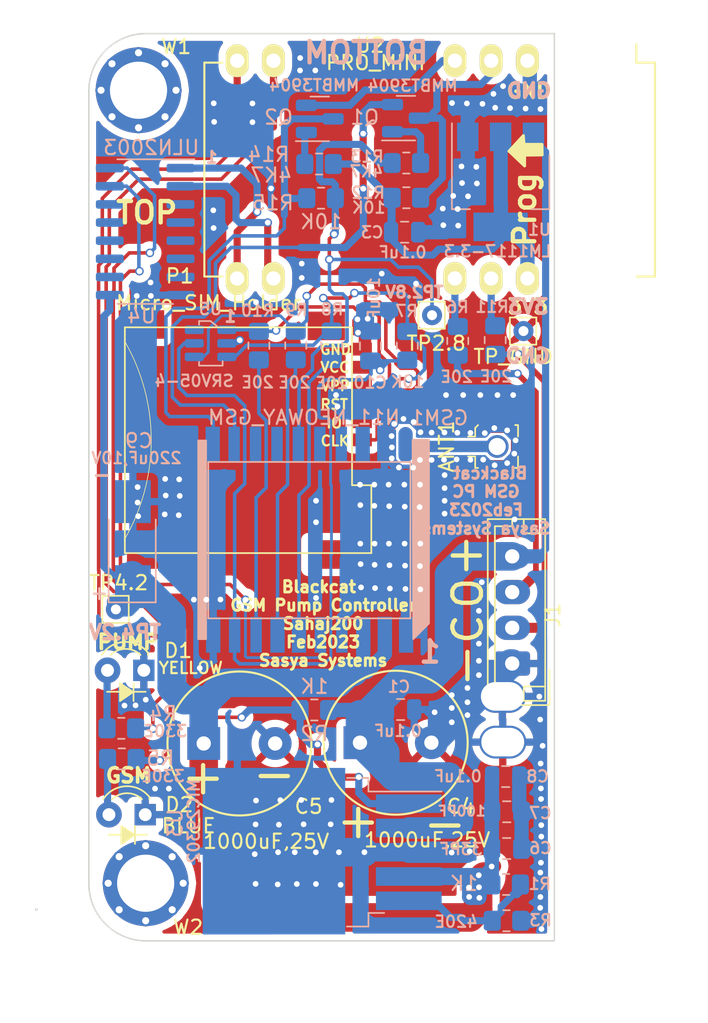
<source format=kicad_pcb>
(kicad_pcb (version 20211014) (generator pcbnew)
  (layers (0 "F.Cu" signal) (31 "B.Cu" signal) (34 "B.Paste" user) (35 "F.Paste" user) (36 "B.SilkS" user "B.Silkscreen") (37 "F.SilkS" user "F.Silkscreen") (38 "B.Mask" user) (39 "F.Mask" user) (44 "Edge.Cuts" user))
  (net 0 "")
  (net 1 "GND")
  (net 2 "3.3V")
  (net 3 "Net-(D1-Pad2)")
  (net 4 "Net-(D2-Pad2)")
  (net 5 "Net-(AE1-Pad1)")
  (net 6 "Net-(R1-Pad1)")
  (net 7 "/YELLOW_LED_PUMP")
  (net 8 "/V_IN")
  (net 9 "/GSM_ON")
  (net 10 "/Module_Rx")
  (net 14 "/RLY_NC")
  (net 15 "/RLY_NO")
  (net 16 "/VSIM")
  (net 17 "VDD")
  (net 18 "/Module_Tx")
  (net 19 "/SIM_CLK")
  (net 20 "/SIM_RST")
  (net 21 "/SIM_IO")
  (net 22 "/GSM_ON{slash}OFF")
  (net 23 "/GSM_SHUTDOWN")
  (net 24 "/GSM_SD")
  (net 37 "/VDDIO_2P8")
  (net 38 "Net-(GSM1-Pad6)")
  (net 39 "Net-(GSM1-Pad7)")
  (net 40 "Net-(GSM1-Pad8)")
  (net 41 "Net-(Q1-Pad1)")
  (net 43 "/BLUE_LED_GSM-STATUS")
  (net 44 "/MCU_Rx")
  (net 45 "Net-(Q2-Pad1)")
  (net 46 "/MCU_Tx")
  (net 47 "/NETLIGHT")
  (net 48 "/RING")
  (net 50 "Net-(R6-Pad1)")
  (net 51 "Net-(R11-Pad1)")
  (footprint "" (layer "F.Cu") (at 114.523042 110.727734)
    (fp_text reference "")
    (fp_text value "")
  )
  (footprint "Capacitors_ThroughHole:C_Radial_D10_L16_P5" (layer "F.Cu") (at 93.622074 114.023224)
    (fp_text reference "C5")
    (fp_text value "1000uF,25V")
  )
  (footprint "Connector_Card:microSIM_JAE_SF53S006VCBR2000" (layer "F.Cu") (at 98.103042 88.747734 -90)
    (fp_text reference "P1")
    (fp_text value "Micro_SIM_Holder")
  )
  (footprint "Capacitors_ThroughHole:C_Radial_D10_L16_P5" (layer "F.Cu") (at 104.558634 113.967496)
    (fp_text reference "C4")
    (fp_text value "1000uF,25V")
  )
  (footprint "lib-kicad:DIP-24_W15.24mm_LongPad_Pro_Mini" (layer "F.Cu") (at 123.902297 66.236801 -90)
    (fp_text reference "U2")
    (fp_text value "PRO_MINI")
  )
  (footprint "" (layer "F.Cu") (at 114.553042 113.927734)
    (fp_text reference "")
    (fp_text value "")
  )
  (footprint "MountingHole:MountingHole_3.5mm_Pad_Via" (layer "F.Cu") (at 89.558714 123.804359)
    (fp_text reference "W2")
    (fp_text value "M_Hole")
  )
  (footprint "LEDs:LED_D3.0mm" (layer "F.Cu") (at 88.158714 108.904359 180)
    (fp_text reference "D1")
    (fp_text value "YELLOW")
  )
  (footprint "Connector_Pin:Pin_D0.7mm_L6.5mm_W1.8mm_FlatFork" (layer "F.Cu") (at 87.473042 104.637734)
    (fp_text reference "TP1" hide)
    (fp_text value "TP4.2")
  )
  (footprint "MountingHole:MountingHole_3.5mm_Pad_Via" (layer "F.Cu") (at 89.058714 68.304359)
    (fp_text reference "W1")
    (fp_text value "M_Hole")
  )
  (footprint "LEDs:LED_D3.0mm" (layer "F.Cu") (at 88.258714 119.004359 180)
    (fp_text reference "D2")
    (fp_text value "BLUE")
  )
  (footprint "Connector_Coaxial:U.FL_Molex_MCRF_73412-0110_Vertical" (layer "F.Cu") (at 114.123042 93.237734 -90)
    (fp_text reference "ANT1")
    (fp_text value "SMD_ANTENNA")
  )
  (footprint "Connector_Pin:Pin_D0.7mm_L6.5mm_W1.8mm_FlatFork" (layer "F.Cu") (at 109.603042 84.047734)
    (fp_text reference "TP2" hide)
    (fp_text value "TP2.8")
  )
  (footprint "Connector_Pin:Pin_D0.7mm_L6.5mm_W1.8mm_FlatFork" (layer "F.Cu") (at 116.003042 85.157734)
    (fp_text reference "TP3" hide)
    (fp_text value "TP_GND")
  )
  (footprint "Connector_JST:JST_EH_B4B-EH-A_1x04_P2.50mm_Vertical" (layer "F.Cu") (at 115.213042 108.427734 90)
    (fp_text reference "J1")
    (fp_text value "CONN_04JST-USB")
  )
  (footprint "Connector_Coaxial:SMA_Samtec_SMA-J-P-X-ST-EM1_EdgeMount" (layer "F.Cu") (at 114.363042 93.237734 -90)
    (fp_text reference "AE1")
    (fp_text value "Antenna")
  )
  (footprint "Package_TO_SOT_SMD:SOT-23" (layer "B.Cu") (at 101.743042 70.307734)
    (fp_text reference "Q2")
    (fp_text value "MMBT3904")
  )
  (footprint "Resistor_SMD:R_0805_2012Metric_Pad1.20x1.40mm_HandSolder" (layer "B.Cu") (at 101.365347 111.678233)
    (fp_text reference "R2")
    (fp_text value "1K")
  )
  (footprint "Capacitor_SMD:C_0805_2012Metric_Pad1.18x1.45mm_HandSolder" (layer "B.Cu") (at 105.293042 86.207734 90)
    (fp_text reference "C10")
    (fp_text value "10uF")
  )
  (footprint "Resistor_SMD:R_0805_2012Metric_Pad1.20x1.40mm_HandSolder" (layer "B.Cu") (at 101.833042 75.857734 180)
    (fp_text reference "R15")
    (fp_text value "10K")
  )
  (footprint "Resistor_SMD:R_0805_2012Metric_Pad1.20x1.40mm_HandSolder" (layer "B.Cu") (at 107.873042 86.187734 90)
    (fp_text reference "R7")
    (fp_text value "10K")
  )
  (footprint "Capacitor_SMD:C_0805_2012Metric_Pad1.18x1.45mm_HandSolder" (layer "B.Cu") (at 114.832711 118.802549)
    (fp_text reference "C7")
    (fp_text value "100PF")
  )
  (footprint "Resistor_SMD:R_0805_2012Metric_Pad1.20x1.40mm_HandSolder" (layer "B.Cu") (at 107.803042 75.827734)
    (fp_text reference "R12")
    (fp_text value "10K")
  )
  (footprint "Resistor_SMD:R_0805_2012Metric_Pad1.20x1.40mm_HandSolder" (layer "B.Cu") (at 97.483042 86.177734 -90)
    (fp_text reference "R10")
    (fp_text value "20E")
  )
  (footprint "Resistor_SMD:R_0805_2012Metric_Pad1.20x1.40mm_HandSolder" (layer "B.Cu") (at 111.403042 85.847734 -90)
    (fp_text reference "R6")
    (fp_text value "20E")
  )
  (footprint "Resistor_SMD:R_0805_2012Metric_Pad1.20x1.40mm_HandSolder" (layer "B.Cu") (at 102.583042 86.157734 -90)
    (fp_text reference "R8")
    (fp_text value "20E")
  )
  (footprint "Resistor_SMD:R_0805_2012Metric_Pad1.20x1.40mm_HandSolder" (layer "B.Cu") (at 114.814135 126.427955)
    (fp_text reference "R3")
    (fp_text value "420E")
  )
  (footprint "Resistor_SMD:R_0805_2012Metric_Pad1.20x1.40mm_HandSolder" (layer "B.Cu") (at 87.891018 115.103863)
    (fp_text reference "R5")
    (fp_text value "330E")
  )
  (footprint "Capacitor_SMD:C_0805_2012Metric" (layer "B.Cu") (at 107.403042 111.647734)
    (fp_text reference "C1")
    (fp_text value "0.1uF")
  )
  (footprint "TO_SOT_Packages_SMD:TO-263-5_TabPin3" (layer "B.Cu") (at 102.201519 121.634835 180)
    (fp_text reference "U3")
    (fp_text value "MIC29302")
  )
  (footprint "Package_TO_SOT_SMD:SOT-23-6" (layer "B.Cu") (at 94.09697 86.017734 180)
    (fp_text reference "U5")
    (fp_text value "SRV05-4")
  )
  (footprint "Resistor_SMD:R_0805_2012Metric_Pad1.20x1.40mm_HandSolder" (layer "B.Cu") (at 100.064485 86.168508 -90)
    (fp_text reference "R9")
    (fp_text value "20E")
  )
  (footprint "Resistor_SMD:R_0805_2012Metric_Pad1.20x1.40mm_HandSolder" (layer "B.Cu") (at 87.856343 112.963097)
    (fp_text reference "R4")
    (fp_text value "330E")
  )
  (footprint "N11_LGA20:N11_LGA20" (layer "B.Cu") (at 96.788042 99.717734 90)
    (fp_text reference "GSM1")
    (fp_text value "N11_NEOWAY_GSM")
  )
  (footprint "Resistor_SMD:R_0805_2012Metric_Pad1.20x1.40mm_HandSolder" (layer "B.Cu") (at 101.693042 73.467734 180)
    (fp_text reference "R14")
    (fp_text value "4K7")
  )
  (footprint "Capacitor_SMD:C_0805_2012Metric" (layer "B.Cu") (at 114.758407 116.338146)
    (fp_text reference "C8")
    (fp_text value "0.1uF")
  )
  (footprint "Package_TO_SOT_SMD:SOT-23" (layer "B.Cu") (at 107.773042 70.257734)
    (fp_text reference "Q1")
    (fp_text value "MMBT3904")
  )
  (footprint "Package_TO_SOT_SMD:SOT-223-3_TabPin2" (layer "B.Cu") (at 114.403042 74.717734 -90)
    (fp_text reference "U1")
    (fp_text value "LM1117-3.3")
  )
  (footprint "Resistor_SMD:R_0805_2012Metric_Pad1.20x1.40mm_HandSolder" (layer "B.Cu") (at 114.789367 123.889249 180)
    (fp_text reference "R1")
    (fp_text value "1K")
  )
  (footprint "Capacitors_Tantalum_SMD:CP_Tantalum_Case-B_EIA-3528-21_Hand" (layer "B.Cu") (at 88.615189 100.096012 90)
    (fp_text reference "C9")
    (fp_text value "220uF,10V")
  )
  (footprint "Resistor_SMD:R_0805_2012Metric_Pad1.20x1.40mm_HandSolder" (layer "B.Cu") (at 114.023042 85.787734 -90)
    (fp_text reference "R11")
    (fp_text value "20E")
  )
  (footprint "Resistor_SMD:R_0805_2012Metric_Pad1.20x1.40mm_HandSolder" (layer "B.Cu") (at 107.803042 73.397734)
    (fp_text reference "R13")
    (fp_text value "4K7")
  )
  (footprint "Capacitor_SMD:C_0805_2012Metric_Pad1.18x1.45mm_HandSolder" (layer "B.Cu") (at 114.826519 121.375311)
    (fp_text reference "C6")
    (fp_text value "33PF")
  )
  (footprint "Capacitor_SMD:C_0805_2012Metric" (layer "B.Cu") (at 107.683042 78.237734)
    (fp_text reference "C3")
    (fp_text value "0.1uF")
  )
  (footprint "Package_SO:SOIC-16_3.9x9.9mm_P1.27mm" (layer "B.Cu") (at 89.523042 78.197734 180)
    (fp_text reference "U4")
    (fp_text value "ULN2003")
  )
  (gr_poly (pts (xy 115.997159 71.473601) (xy 116.0401 72.089098) (xy 117.299723 72.089098) (xy 117.314037 72.83342) (xy 116.083042 72.847734) (xy 116.083042 73.60637) (xy 115.009501 72.582926) (xy 114.980873 72.57577)) (layer "F.SilkS") (width 0.2) (fill solid))
  (gr_arc locked (start 89.583042 127.837734) (mid 86.754615 126.666161) (end 85.583042 123.837734) (layer "Edge.Cuts") (width 0.1))
  (gr_line locked (start 85.583042 68.337734) (end 85.583042 123.837734) (layer "Edge.Cuts") (width 0.1))
  (gr_line locked (start 118.166574 127.837734) (end 118.166574 64.337734) (layer "Edge.Cuts") (width 0.1))
  (gr_line locked (start 89.583042 127.837734) (end 118.166574 127.837734) (layer "Edge.Cuts") (width 0.1))
  (gr_line locked (start 118.166574 64.337734) (end 89.583042 64.337734) (layer "Edge.Cuts") (width 0.1))
  (gr_arc locked (start 85.583042 68.337734) (mid 86.754615 65.509307) (end 89.583042 64.337734) (layer "Edge.Cuts") (width 0.1))
  (gr_circle (center 81.906893 125.643083) (end 81.906893 125.643083) (layer "Edge.Cuts") (width 0.1) (fill none))
  (gr_text "BOTTOM" (at 104.993042 65.677734) (layer "B.SilkS") (effects (font (size 1.5 1.5) (thickness 0.3)) (justify mirror)))
  (gr_text "Blackcat \nGSM PC\nFeb2023\nSasya Systems" (at 113.383042 97.037734) (layer "B.SilkS") (effects (font (size 0.8 0.8) (thickness 0.2)) (justify mirror)))
  (gr_text "-" (at 86.483042 95.337734 180) (layer "B.SilkS") (effects (font (size 1 1) (thickness 0.2))))
  (gr_text "1" (at 94.183042 73.007734) (layer "B.SilkS") (effects (font (size 0.8 0.8) (thickness 0.2)) (justify mirror)))
  (gr_text "TP4.2V" (at 88.103042 106.237734) (layer "B.SilkS") (effects (font (size 1 1) (thickness 0.25)) (justify mirror)))
  (gr_text "3V3" (at 116.333042 83.447734) (layer "B.SilkS") (effects (font (size 1 1) (thickness 0.25)) (justify mirror)))
  (gr_text "TP2.8V" (at 108.363042 82.437734) (layer "B.SilkS") (effects (font (size 0.8 0.8) (thickness 0.2)) (justify mirror)))
  (gr_text "GND" (at 116.403042 68.327734) (layer "B.SilkS") (effects (font (size 1 1) (thickness 0.25)) (justify mirror)))
  (gr_text "1" (at 95.483042 84.137734) (layer "B.SilkS") (effects (font (size 0.8 0.8) (thickness 0.2)) (justify mirror)))
  (gr_text "GND" (at 116.303042 86.897734) (layer "B.SilkS") (effects (font (size 1 1) (thickness 0.25)) (justify mirror)))
  (gr_text "1" (at 109.453042 107.617734) (layer "B.SilkS") (effects (font (size 1.5 1.5) (thickness 0.3)) (justify mirror)))
  (gr_text "C" (at 112.113042 106.017734 90) (layer "F.SilkS") (effects (font (size 2 2) (thickness 0.3))))
  (gr_text "GND" (at 116.383042 68.347734) (layer "F.SilkS") (effects (font (size 1 1) (thickness 0.25))))
  (gr_text "+" (at 93.390432 116.48921 90) (layer "F.SilkS") (effects (font (size 2.5 2.5) (thickness 0.3))))
  (gr_text "-" (at 110.499847 119.95394 180) (layer "F.SilkS") (effects (font (size 2.5 2.5) (thickness 0.3))))
  (gr_text "Blackcat \nGSM Pump Controller\nSahaj200\nFeb2023\nSasya Systems\n" (at 101.983042 105.637734) (layer "F.SilkS") (effects (font (size 0.8 0.8) (thickness 0.2))))
  (gr_text "+" (at 104.250035 119.555016 90) (layer "F.SilkS") (effects (font (size 2.5 2.5) (thickness 0.3))))
  (gr_text "O" (at 112.113042 103.507734 90) (layer "F.SilkS") (effects (font (size 2 2) (thickness 0.3))))
  (gr_text "-" (at 111.893042 108.567734 90) (layer "F.SilkS") (effects (font (size 2.5 2.5) (thickness 0.3))))
  (gr_text "PUMP" (at 88.312908 106.921726) (layer "F.SilkS") (effects (font (size 1 1) (thickness 0.25))))
  (gr_text "Prog" (at 116.083042 76.657734 90) (layer "F.SilkS") (effects (font (size 1.5 1.5) (thickness 0.3))))
  (gr_text "+" (at 111.813042 100.867734 90) (layer "F.SilkS") (effects (font (size 2.5 2.5) (thickness 0.3))))
  (gr_text "3V3" (at 116.323042 83.447734) (layer "F.SilkS") (effects (font (size 1 1) (thickness 0.25))))
  (gr_text "-" (at 98.561672 116.48921 180) (layer "F.SilkS") (effects (font (size 2.5 2.5) (thickness 0.3))))
  (gr_text "GSM" (at 88.353042 116.267734) (layer "F.SilkS") (effects (font (size 1 1) (thickness 0.25))))
  (gr_text "TOP" (at 89.643042 76.877734) (layer "F.SilkS") (effects (font (size 1.5 1.5) (thickness 0.3))))
  (segment (start 104.723042 86.422734) (end 104.723042 85.567734) (width 0.25) (layer "F.Cu") (net 1))
  (segment (start 115.483042 91.597734) (end 114.288042 91.597734) (width 0.5) (layer "F.Cu") (net 1))
  (segment (start 104.723042 84.426388) (end 104.817196 84.332234) (width 0.25) (layer "F.Cu") (net 1))
  (segment (start 105.099041 86.046735) (end 104.723042 86.422734) (width 0.25) (layer "F.Cu") (net 1))
  (segment (start 115.623042 91.737734) (end 115.483042 91.597734) (width 0.5) (layer "F.Cu") (net 1))
  (segment (start 115.623042 93.237734) (end 115.623042 94.587734) (width 0.5) (layer "F.Cu") (net 1))
  (segment (start 104.423042 84.377734) (end 104.383042 84.337734) (width 0.25) (layer "F.Cu") (net 1))
  (segment (start 105.099041 84.297734) (end 105.099041 86.046735) (width 0.5) (layer "F.Cu") (net 1))
  (segment (start 104.723042 85.567734) (end 104.423042 85.267734) (width 0.25) (layer "F.Cu") (net 1))
  (segment (start 104.723042 86.422734) (end 104.723042 84.426388) (width 0.25) (layer "F.Cu") (net 1))
  (segment (start 114.288042 91.597734) (end 114.123042 91.762734) (width 0.5) (layer "F.Cu") (net 1))
  (segment (start 115.483042 94.727734) (end 114.138042 94.727734) (width 0.5) (layer "F.Cu") (net 1))
  (segment (start 114.138042 94.727734) (end 114.123042 94.712734) (width 0.5) (layer "F.Cu") (net 1))
  (segment (start 115.623042 94.587734) (end 115.483042 94.727734) (width 0.5) (layer "F.Cu") (net 1))
  (segment (start 104.423042 85.267734) (end 104.423042 84.377734) (width 0.5) (layer "F.Cu") (net 1))
  (segment (start 115.623042 93.237734) (end 115.623042 91.737734) (width 0.5) (layer "F.Cu") (net 1))
  (via (at 104.583042 97.337734) (size 0.6) (drill 0.4) (layers "F.Cu" "B.Cu") (net 1))
  (via (at 110.483042 97.037734) (size 0.6) (drill 0.4) (layers "F.Cu" "B.Cu") (net 1))
  (via (at 88.993042 96.077734) (size 0.6) (drill 0.4) (layers "F.Cu" "B.Cu") (net 1))
  (via (at 110.393042 77.747734) (size 0.6) (drill 0.4) (layers "F.Cu" "B.Cu") (net 1))
  (via (at 112.883042 104.737734) (size 0.6) (drill 0.4) (layers "F.Cu" "B.Cu") (net 1))
  (via (at 92.933042 103.957734) (size 0.6) (drill 0.4) (layers "F.Cu" "B.Cu") (net 1))
  (via (at 107.603042 91.307734) (size 0.6) (drill 0.4) (layers "F.Cu" "B.Cu") (net 1))
  (via (at 97.033042 69.227734) (size 0.6) (drill 0.4) (layers "F.Cu" "B.Cu") (net 1))
  (via (at 97.253042 123.847734) (size 0.6) (drill 0.4) (layers "F.Cu" "B.Cu") (net 1))
  (via (at 107.283042 94.707734) (size 0.6) (drill 0.4) (layers "F.Cu" "B.Cu") (net 1))
  (via (at 90.893042 97.987734) (size 0.6) (drill 0.4) (layers "F.Cu" "B.Cu") (net 1))
  (via (at 111.663042 73.637734) (size 0.6) (drill 0.4) (layers "F.Cu" "B.Cu") (net 1))
  (via (at 117.171117 112.349237) (size 0.6) (drill 0.4) (layers "F.Cu" "B.Cu") (net 1))
  (via (at 117.223042 117.167734) (size 0.6) (drill 0.4) (layers "F.Cu" "B.Cu") (net 1))
  (via (at 117.205231 115.427063) (size 0.6) (drill 0.4) (layers "F.Cu" "B.Cu") (net 1))
  (via (at 117.173042 125.527734) (size 0.6) (drill 0.4) (layers "F.Cu" "B.Cu") (net 1))
  (via (at 112.983042 89.637734) (size 0.6) (drill 0.4) (layers "F.Cu" "B.Cu") (net 1))
  (via (at 94.313042 77.947734) (size 0.6) (drill 0.4) (layers "F.Cu" "B.Cu") (net 1))
  (via (at 97.033042 70.537734) (size 0.6) (drill 0.4) (layers "F.Cu" "B.Cu") (net 1))
  (via (at 117.186199 124.76879) (size 0.6) (drill 0.4) (layers "F.Cu" "B.Cu") (net 1))
  (via (at 113.983042 94.547734) (size 0.6) (drill 0.4) (layers "F.Cu" "B.Cu") (net 1))
  (via (at 89.56491 110.958617) (size 0.6) (drill 0.4) (layers "F.Cu" "B.Cu") (net 1))
  (via (at 113.293042 92.297734) (size 0.6) (drill 0.4) (layers "F.Cu" "B.Cu") (net 1))
  (via (at 115.383042 98.337734) (size 0.6) (drill 0.4) (layers "F.Cu" "B.Cu") (net 1))
  (via (at 98.333042 75.177734) (size 0.6) (drill 0.4) (layers "F.Cu" "B.Cu") (net 1))
  (via (at 94.293042 76.707734) (size 0.6) (drill 0.4) (layers "F.Cu" "B.Cu") (net 1))
  (via (at 105.613042 103.147734) (size 0.6) (drill 0.4) (layers "F.Cu" "B.Cu") (net 1))
  (via (at 98.826519 121.634835) (size 0.6) (drill 0.4) (layers "F.Cu" "B.Cu") (net 1))
  (via (at 108.753042 101.607734) (size 0.6) (drill 0.4) (layers "F.Cu" "B.Cu") (net 1))
  (via (at 112.083042 110.137734) (size 0.6) (drill 0.4) (layers "F.Cu" "B.Cu") (net 1))
  (via (at 97.283042 118.017734) (size 0.6) (drill 0.4) (layers "F.Cu" "B.Cu") (net 1))
  (via (at 117.110397 110.740146) (size 0.6) (drill 0.4) (layers "F.Cu" "B.Cu") (net 1))
  (via (at 110.977205 121.657327) (size 0.6) (drill 0.4) (layers "F.Cu" "B.Cu") (net 1))
  (via (at 102.983042 90.437734) (size 0.6) (drill 0.4) (layers "F.Cu" "B.Cu") (net 1))
  (via (at 113.903042 68.557734) (size 0.6) (drill 0.4) (layers "F.Cu" "B.Cu") (net 1))
  (via (at 117.250771 120.541073) (size 0.6) (drill 0.4) (layers "F.Cu" "B.Cu") (net 1))
  (via (at 112.083042 111.137734) (size 0.6) (drill 0.4) (layers "F.Cu" "B.Cu") (net 1))
  (via (at 104.383042 84.337734) (size 0.6) (drill 0.4) (layers "F.Cu" "B.Cu") (net 1))
  (via (at 89.033042 98.117734) (size 0.6) (drill 0.4) (layers "F.Cu" "B.Cu") (net 1))
  (via (at 91.943042 96.697734) (size 0.6) (drill 0.4) (layers "F.Cu" "B.Cu") (net 1))
  (via (at 93.343042 108.747734) (size 0.6) (drill 0.4) (layers "F.Cu" "B.Cu") (net 1))
  (via (at 112.233042 121.567734) (size 0.6) (drill 0.4) (layers "F.Cu" "B.Cu") (net 1))
  (via (at 103.086364 121.634835) (size 0.6) (drill 0.4) (layers "F.Cu" "B.Cu") (net 1))
  (via (at 89.903042 81.757734) (size 0.6) (drill 0.4) (layers "F.Cu" "B.Cu") (net 1))
  (via (at 100.611853 119.678994) (size 0.6) (drill 0.4) (layers "F.Cu" "B.Cu") (net 1))
  (via (at 112.743042 74.827734) (size 0.6) (drill 0.4) (layers "F.Cu" "B.Cu") (net 1))
  (via (at 110.353042 76.587734) (size 0.6) (drill 0.4) (layers "F.Cu" "B.Cu") (net 1))
  (via (at 103.203191 123.914299) (size 0.6) (drill 0.4) (layers "F.Cu" "B.Cu") (net 1))
  (via (at 115.363042 93.737734) (size 0.6) (drill 0.4) (layers "F.Cu" "B.Cu") (net 1))
  (via (at 108.783042 100.037734) (size 0.6) (drill 0.4) (layers "F.Cu" "B.Cu") (net 1))
  (via (at 112.083042 112.037734) (size 0.6) (drill 0.4) (layers "F.Cu" "B.Cu") (net 1))
  (via (at 108.283042 94.717734) (size 0.6) (drill 0.4) (layers "F.Cu" "B.Cu") (net 1))
  (via (at 90.213881 117.183089) (size 0.6) (drill 0.4) (layers "F.Cu" "B.Cu") (net 1))
  (via (at 113.963042 91.947734) (size 0.6) (drill 0.4) (layers "F.Cu" "B.Cu") (net 1))
  (via (at 111.783042 89.637734) (size 0.6) (drill 0.4) (layers "F.Cu" "B.Cu") (net 1))
  (via (at 101.475633 123.858571) (size 0.6) (drill 0.4) (layers "F.Cu" "B.Cu") (net 1))
  (via (at 105.563042 95.907734) (size 0.6) (drill 0.4) (layers "F.Cu" "B.Cu") (net 1))
  (via (at 100.363042 66.917734) (size 0.6) (drill 0.4) (layers "F.Cu" "B.Cu") (net 1))
  (via (at 117.193042 69.617734) (size 0.6) (drill 0.4) (layers "F.Cu" "B.Cu") (net 1))
  (via (at 111.083042 75.697734) (size 0.6) (drill 0.4) (layers "F.Cu" "B.Cu") (net 1))
  (via (at 115.453042 92.807734) (size 0.6) (drill 0.4) (layers "F.Cu" "B.Cu") (net 1))
  (via (at 107.693042 97.447734) (size 0.6) (drill 0.4) (layers "F.Cu" "B.Cu") (net 1))
  (via (at 98.983042 117.987734) (size 0.6) (drill 0.4) (layers "F.Cu" "B.Cu") (net 1))
  (via (at 98.800703 123.886435) (size 0.6) (drill 0.4) (layers "F.Cu" "B.Cu") (net 1))
  (via (at 112.703042 73.667734) (size 0.6) (drill 0.4) (layers "F.Cu" "B.Cu") (net 1))
  (via (at 100.483042 80.437734) (size 0.6) (drill 0.4) (layers "F.Cu" "B.Cu") (net 1))
  (via (at 111.433042 77.777734) (size 0.6) (drill 0.4) (layers "F.Cu" "B.Cu") (net 1))
  (via (at 107.663042 95.907734) (size 0.6) (drill 0.4) (layers "F.Cu" "B.Cu") (net 1))
  (via (at 111.003042 69.197734) (size 0.6) (drill 0.4) (layers "F.Cu" "B.Cu") (net 1))
  (via (at 114.863042 92.107734) (size 0.6) (drill 0.4) (layers "F.Cu" "B.Cu") (net 1))
  (via (at 112.883042 109.237734) (size 0.6) (drill 0.4) (layers "F.Cu" "B.Cu") (net 1))
  (via (at 93.803042 103.957734) (size 0.6) (drill 0.4) (layers "F.Cu" "B.Cu") (net 1))
  (via (at 100.483042 81.437734) (size 0.6) (drill 0.4) (layers "F.Cu" "B.Cu") (net 1))
  (via (at 117.224898 122.366307) (size 0.6) (drill 0.4) (layers "F.Cu" "B.Cu") (net 1))
  (via (at 106.653042 103.177734) (size 0.6) (drill 0.4) (layers "F.Cu" "B.Cu") (net 1))
  (via (at 102.506595 119.678994) (size 0.6) (drill 0.4) (layers "F.Cu" "B.Cu") (net 1))
  (via (at 108.783042 103.237734) (size 0.6) (drill 0.4) (layers "F.Cu" "B.Cu") (net 1))
  (via (at 114.023042 69.527734) (size 0.6) (drill 0.4) (layers "F.Cu" "B.Cu") (net 1))
  (via (at 110.983042 112.537734) (size 0.6) (drill 0.4) (layers "F.Cu" "B.Cu") (net 1))
  (via (at 104.583042 100.037734) (size 0.6) (drill 0.4) (layers "F.Cu" "B.Cu") (net 1))
  (via (at 104.603042 101.467734) (size 0.6) (drill 0.4) (layers "F.Cu" "B.Cu") (net 1))
  (via (at 107.683042 100.037734) (size 0.6) (drill 0.4) (layers "F.Cu" "B.Cu") (net 1))
  (via (at 90.963042 96.667734) (size 0.6) (drill 0.4) (layers "F.Cu" "B.Cu") (net 1))
  (via (at 105.563042 97.387734) (size 0.6) (drill 0.4) (layers "F.Cu" "B.Cu") (net 1))
  (via (at 102.883042 89.637734) (size 0.6) (drill 0.4) (layers "F.Cu" "B.Cu") (net 1))
  (via (at 106.083042 81.137734) (size 0.6) (drill 0.4) (layers "F.Cu" "B.Cu") (net 1))
  (via (at 89.923042 82.697734) (size 0.6) (drill 0.4) (layers "F.Cu" "B.Cu") (net 1))
  (via (at 114.573042 68.017734) (size 0.6) (drill 0.4) (layers "F.Cu" "B.Cu") (net 1))
  (via (at 101.483042 103.837734) (size 0.6) (drill 0.4) (layers "F.Cu" "B.Cu") (net 1))
  (via (at 112.293042 92.287734) (size 0.6) (drill 0.4) (layers "F.Cu" "B.Cu") (net 1))
  (via (at 110.473042 92.257734) (size 0.6) (drill 0.4) (layers "F.Cu" "B.Cu") (net 1))
  (via (at 99.993477 121.634835) (size 0.6) (drill 0.4) (layers "F.Cu" "B.Cu") (net 1))
  (via (at 113.083042 102.737734) (size 0.6) (drill 0.4) (layers "F.Cu" "B.Cu") (net 1))
  (via (at 107.713042 101.577734) (size 0.6) (drill 0.4) (layers "F.Cu" "B.Cu") (net 1))
  (via (at 112.123042 75.727734) (size 0.6) (drill 0.4) (layers "F.Cu" "B.Cu") (net 1))
  (via (at 111.373042 92.277734) (size 0.6) (drill 0.4) (layers "F.Cu" "B.Cu") (net 1))
  (via (at 101.483042 97.037734) (size 0.6) (drill 0.4) (layers "F.Cu" "B.Cu") (net 1))
  (via (at 90.923042 95.507734) (size 0.6) (drill 0.4) (layers "F.Cu" "B.Cu") (net 1))
  (via (at 111.393042 76.617734) (size 0.6) (drill 0.4) (layers "F.Cu" "B.Cu") (net 1))
  (via (at 104.86965 121.634835) (size 0.6) (drill 0.4) (layers "F.Cu" "B.Cu") (net 1))
  (via (at 110.483042 95.237734) (size 0.6) (drill 0.4) (layers "F.Cu" "B.Cu") (net 1))
  (via (at 110.983042 110.637734) (size 0.6) (drill 0.4) (layers "F.Cu" "B.Cu") (net 1))
  (via (at 106.773042 92.507734) (size 0.6) (drill 0.4) (layers "F.Cu" "B.Cu") (net 1))
  (via (at 102.562323 117.979299) (size 0.6) (drill 0.4) (layers "F.Cu" "B.Cu") (net 1))
  (via (at 94.323042 69.217734) (size 0.6) (drill 0.4) (layers "F.Cu" "B.Cu") (net 1))
  (via (at 101.433042 66.917734) (size 0.6) (drill 0.4) (layers "F.Cu" "B.Cu") (net 1))
  (via (at 108.483042 81.837734) (size 0.6) (drill 0.4) (layers "F.Cu" "B.Cu") (net 1))
  (via (at 106.603042 97.417734) (size 0.6) (drill 0.4) (layers "F.Cu" "B.Cu") (net 1))
  (via (at 108.733042 97.477734) (size 0.6) (drill 0.4) (layers "F.Cu" "B.Cu") (net 1))
  (via (at 94.793042 103.947734) (size 0.6) (drill 0.4) (layers "F.Cu" "B.Cu") (net 1))
  (via (at 105.583042 101.517734) (size 0.6) (drill 0.4) (layers "F.Cu" "B.Cu") (net 1))
  (via (at 113.183042 94.157734) (size 0.6) (drill 0.4) (layers "F.Cu" "B.Cu") (net 1))
  (via (at 109.783042 111.837734) (size 0.6) (drill 0.4) (layers "F.Cu" "B.Cu") (net 1))
  (via (at 112.043042 69.227734) (size 0.6) (drill 0.4) (layers "F.Cu" "B.Cu") (net 1))
  (via (at 115.063042 69.557734) (size 0.6) (drill 0.4) (layers "F.Cu" "B.Cu") (net 1))
  (via (at 106.563042 95.907734) (size 0.6) (drill 0.4) (layers "F.Cu" "B.Cu") (net 1))
  (via (at 112.883042 107.037734) (size 0.6) (drill 0.4) (layers "F.Cu" "B.Cu") (net 1))
  (via (at 114.183042 89.637734) (size 0.6) (drill 0.4) (layers "F.Cu" "B.Cu") (net 1))
  (via (at 110.443042 94.167734) (size 0.6) (drill 0.4) (layers "F.Cu" "B.Cu") (net 1))
  (via (at 96.143042 85.797734) (size 0.6) (drill 0.4) (layers "F.Cu" "B.Cu") (net 1))
  (via (at 91.181899 117.183089) (size 0.6) (drill 0.4) (layers "F.Cu" "B.Cu") (net 1))
  (via (at 91.903042 95.537734) (size 0.6) (drill 0.4) (layers "F.Cu" "B.Cu") (net 1))
  (via (at 97.193042 121.767734) (size 0.6) (drill 0.4) (layers "F.Cu" "B.Cu") (net 1))
  (via (at 110.583042 89.637734) (size 0.6) (drill 0.4) (layers "F.Cu" "B.Cu") (net 1))
  (via (at 111.323042 94.137734) (size 0.6) (drill 0.4) (layers "F.Cu" "B.Cu") (net 1))
  (via (at 106.583042 100.037734) (size 0.6) (drill 0.4) (layers "F.Cu" "B.Cu") (net 1))
  (via (at 100.138168 123.858571) (size 0.6) (drill 0.4) (layers "F.Cu" "B.Cu") (net 1))
  (via (at 106.623042 101.547734) (size 0.6) (drill 0.4) (layers "F.Cu" "B.Cu") (net 1))
  (via (at 109.573042 94.177734) (size 0.6) (drill 0.4) (layers "F.Cu" "B.Cu") (net 1))
  (via (at 108.793042 92.237734) (size 0.6) (drill 0.4) (layers "F.Cu" "B.Cu") (net 1))
  (via (at 117.343042 114.187734) (size 0.6) (drill 0.4) (layers "F.Cu" "B.Cu") (net 1))
  (via (at 105.099041 84.297734) (size 0.6) (drill 0.4) (layers "F.Cu" "B.Cu") (net 1))
  (via (at 97.283042 83.137734) (size 0.6) (drill 0.4) (layers "F.Cu" "B.Cu") (net 1))
  (via (at 117.263042 127.007734) (size 0.6) (drill 0.4) (layers "F.Cu" "B.Cu") (net 1))
  (via (at 108.763042 95.907734) (size 0.6) (drill 0.4) (layers "F.Cu" "B.Cu") (net 1))
  (via (at 113.133042 69.257734) (size 0.6) (drill 0.4) (layers "F.Cu" "B.Cu") (net 1))
  (via (at 88.993042 97.157734) (size 0.6) (drill 0.4) (layers "F.Cu" "B.Cu") (net 1))
  (via (at 94.353042 70.517734) (size 0.6) (drill 0.4) (layers "F.Cu" "B.Cu") (net 1))
  (via (at 101.483042 98.537734) (size 0.6) (drill 0.4) (layers "F.Cu" "B.Cu") (net 1))
  (via (at 88.851445 111.3533) (size 0.6) (drill 0.4) (layers "F.Cu" "B.Cu") (net 1))
  (via (at 110.483042 97.937734) (size 0.6) (drill 0.4) (layers "F.Cu" "B.Cu") (net 1))
  (via (at 108.313042 91.517734) (size 0.6) (drill 0.4) (layers "F.Cu" "B.Cu") (net 1))
  (via (at 112.883042 108.237734) (size 0.6) (drill 0.4) (layers "F.Cu" "B.Cu") (net 1))
  (via (at 100.44467 117.979299) (size 0.6) (drill 0.4) (layers "F.Cu" "B.Cu") (net 1))
  (via (at 88.077259 111.36848) (size 0.6) (drill 0.4) (layers "F.Cu" "B.Cu") (net 1))
  (via (at 110.983042 111.537734) (size 0.6) (drill 0.4) (layers "F.Cu" "B.Cu") (net 1))
  (via (at 101.470261 121.634835) (size 0.6) (drill 0.4) (layers "F.Cu" "B.Cu") (net 1))
  (via (at 98.884295 119.706858) (size 0.6) (drill 0.4) (layers "F.Cu" "B.Cu") (net 1))
  (via (at 106.793042 93.297734) (size 0.6) (drill 0.4) (layers "F.Cu" "B.Cu") (net 1))
  (via (at 109.573042 92.267734) (size 0.6) (drill 0.4) (layers "F.Cu" "B.Cu") (net 1))
  (via (at 91.873042 98.047734) (size 0.6) (drill 0.4) (layers "F.Cu" "B.Cu") (net 1))
  (via (at 117.233042 117.907734) (size 0.6) (drill 0.4) (layers "F.Cu" "B.Cu") (net 1))
  (via (at 88.933042 82.697734) (size 0.6) (drill 0.4) (layers "F.Cu" "B.Cu") (net 1))
  (via (at 107.743042 103.207734) (size 0.6) (drill 0.4) (layers "F.Cu" "B.Cu") (net 1))
  (via (at 100.373042 66.047734) (size 0.6) (drill 0.4) (layers "F.Cu" "B.Cu") (net 1))
  (via (at 108.753042 94.177734) (size 0.6) (drill 0.4) (layers "F.Cu" "B.Cu") (net 1))
  (via (at 111.703042 74.797734) (size 0.6) (drill 0.4) (layers "F.Cu" "B.Cu") (net 1))
  (via (at 106.783042 94.067734) (size 0.6) (drill 0.4) (layers "F.Cu" "B.Cu") (net 1))
  (via (at 104.563042 95.907734) (size 0.6) (drill 0.4) (layers "F.Cu" "B.Cu") (net 1))
  (via (at 106.953042 91.657734) (size 0.6) (drill 0.4) (layers "F.Cu" "B.Cu") (net 1))
  (via (at 105.583042 100.037734) (size 0.6) (drill 0.4) (layers "F.Cu" "B.Cu") (net 1))
  (via (at 115.283042 89.637734) (size 0.6) (drill 0.4) (layers "F.Cu" "B.Cu") (net 1))
  (via (at 114.863042 94.397734) (size 0.6) (drill 0.4) (layers "F.Cu" "B.Cu") (net 1))
  (via (at 117.183304 123.055911) (size 0.6) (drill 0.4) (layers "F.Cu" "B.Cu") (net 1))
  (via (at 112.293042 94.167734) (size 0.6) (drill 0.4) (layers "F.Cu" "B.Cu") (net 1))
  (via (at 110.483042 96.149691) (size 0.6) (drill 0.4) (layers "F.Cu" "B.Cu") (net 1))
  (via (at 116.153042 69.587734) (size 0.6) (drill 0.4) (layers "F.Cu" "B.Cu") (net 1))
  (via (at 117.248118 119.737817) (size 0.6) (drill 0.4) (layers "F.Cu" "B.Cu") (net 1))
  (via (at 104.633042 103.097734) (size 0.6) (drill 0.4) (layers "F.Cu" "B.Cu") (net 1))
  (via (at 104.423042 85.267734) (size 0.6) (drill 0.4) (layers "F.Cu" "B.Cu") (net 1))
  (via (at 97.253042 119.687734) (size 0.6) (drill 0.4) (layers "F.Cu" "B.Cu") (net 1))
  (segment (start 111.323042 94.137734) (end 112.263042 94.137734) (width 0.25) (layer "B.Cu") (net 1))
  (segment (start 108.263042 94.667734) (end 108.753042 94.177734) (width 0.25) (layer "B.Cu") (net 1))
  (segment (start 113.983042 94.547734) (end 114.713042 94.547734) (width 0.25) (layer "B.Cu") (net 1))
  (segment (start 110.533042 78.237734) (end 111.213042 77.557734) (width 1) (layer "B.Cu") (net 1))
  (segment (start 111.983042 74.127734) (end 112.053042 74.127734) (width 1) (layer "B.Cu") (net 1))
  (segment (start 107.053042 94.257734) (end 107.453042 94.657734) (width 0.25) (layer "B.Cu") (net 1))
  (segment (start 115.363042 92.897734) (end 115.453042 92.807734) (width 0.25) (layer "B.Cu") (net 1))
  (segment (start 113.958042 94.347734) (end 114.588042 94.347734) (width 0.25) (layer "B.Cu") (net 1))
  (segment (start 110.443042 94.167734) (end 111.293042 94.167734) (width 0.25) (layer "B.Cu") (net 1))
  (segment (start 106.300542 94.055234) (end 106.923042 94.677734) (width 0.4) (layer "B.Cu") (net 1))
  (segment (start 117.210966 116.386227) (end 117.210966 118.567536) (width 1) (layer "B.Cu") (net 1))
  (segment (start 112.123042 74.057734) (end 112.103042 74.037734) (width 1) (layer "B.Cu") (net 1))
  (segment (start 105.293042 85.170234) (end 105.293042 84.491735) (width 0.25) (layer "B.Cu") (net 1))
  (segment (start 115.098396 108.427734) (end 109.558634 113.967496) (width 2) (layer "B.Cu") (net 1))
  (segment (start 110.433042 94.177734) (end 110.443042 94.167734) (width 0.25) (layer "B.Cu") (net 1))
  (segment (start 105.430542 85.307734) (end 105.293042 85.170234) (width 0.25) (layer "B.Cu") (net 1))
  (segment (start 105.293042 84.491735) (end 105.099041 84.297734) (width 0.25) (layer "B.Cu") (net 1))
  (segment (start 104.423042 84.297734) (end 104.383042 84.337734) (width 0.25) (layer "B.Cu") (net 1))
  (segment (start 109.558634 112.083326) (end 109.123042 111.647734) (width 0.5) (layer "B.Cu") (net 1))
  (segment (start 112.103042 74.037734) (end 112.103042 71.567734) (width 1) (layer "B.Cu") (net 1))
  (segment (start 106.300542 93.255234) (end 106.300542 94.055234) (width 0.25) (layer "B.Cu") (net 1))
  (segment (start 113.173042 94.167734) (end 113.183042 94.157734) (width 0.25) (layer "B.Cu") (net 1))
  (segment (start 89.658626 96.902574) (end 88.615189 97.946012) (width 0.5) (layer "B.Cu") (net 1))
  (segment (start 113.143042 69.147734) (end 115.483042 69.147734) (width 1) (layer "B.Cu") (net 1))
  (segment (start 113.423042 94.097734) (end 113.433042 94.097734) (width 0.25) (layer "B.Cu") (net 1))
  (segment (start 106.300542 93.255234) (end 106.300542 92.870234) (width 0.25) (layer "B.Cu") (net 1))
  (segment (start 108.753042 94.177734) (end 109.573042 94.177734) (width 0.25) (layer "B.Cu") (net 1))
  (segment (start 115.708407 116.338146) (end 115.708407 118.640745) (width 1) (layer "B.Cu") (net 1))
  (segment (start 115.870211 118.802549) (end 116.975953 118.802549) (width 1) (layer "B.Cu") (net 1))
  (segment (start 117.22335 121.847095) (end 116.751566 121.375311) (width 1) (layer "B.Cu") (net 1))
  (segment (start 115.708407 116.338146) (end 117.127795 116.338146) (width 1) (layer "B.Cu") (net 1))
  (segment (start 116.443042 68.187734) (end 116.443042 66.397546) (width 1) (layer "B.Cu") (net 1))
  (segment (start 112.103042 71.567734) (end 112.103042 70.187734) (width 1) (layer "B.Cu") (net 1))
  (segment (start 96.143042 85.847734) (end 95.973042 86.017734) (width 0.25) (layer "B.Cu") (net 1))
  (segment (start 108.523042 93.962234) (end 113.287542 93.962234) (width 0.25) (layer "B.Cu") (net 1))
  (segment (start 113.287542 93.962234) (end 113.423042 94.097734) (width 0.25) (layer "B.Cu") (net 1))
  (segment (start 101.470261 121.634835) (end 99.993477 121.634835) (width 0.5) (layer "B.Cu") (net 1))
  (segment (start 103.288042 106.267734) (end 103.288042 105.206978) (width 0.75) (layer "B.Cu") (net 1))
  (segment (start 112.263042 94.137734) (end 112.293042 94.167734) (width 0.25) (layer "B.Cu") (net 1))
  (segment (start 117.22335 125.821424) (end 117.22335 121.847095) (width 1) (layer "B.Cu") (net 1))
  (segment (start 115.250542 92.735234) (end 114.655542 92.140234) (width 0.25) (layer "B.Cu") (net 1))
  (segment (start 107.088042 91.687734) (end 107.058042 91.687734) (width 0.25) (layer "B.Cu") (net 1))
  (segment (start 104.383042 84.337734) (end 104.383042 85.227734) (width 0.5) (layer "B.Cu") (net 1))
  (segment (start 103.288042 105.206978) (end 104.477286 104.017734) (width 0.75) (layer "B.Cu") (net 1))
  (segment (start 104.383042 85.227734) (end 104.423042 85.267734) (width 0.25) (layer "B.Cu") (net 1))
  (segment (start 117.127795 116.338146) (end 117.14534 116.320601) (width 1) (layer "B.Cu") (net 1))
  (segment (start 112.030659 121.634835) (end 112.063895 121.601599) (width 0.5) (layer "B.Cu") (net 1))
  (segment (start 114.723042 91.967734) (end 113.983042 91.967734) (width 0.25) (layer "B.Cu") (net 1))
  (segment (start 95.23447 86.017734) (end 94.793042 86.017734) (width 0.2) (layer "B.Cu") (net 1))
  (segment (start 111.213042 77.557734) (end 111.213042 74.897734) (width 1) (layer "B.Cu") (net 1))
  (segment (start 113.743042 92.077734) (end 113.323042 92.497734) (width 0.25) (layer "B.Cu") (net 1))
  (segment (start 96.143042 85.797734) (end 96.143042 85.847734) (width 0.25) (layer "B.Cu") (net 1))
  (segment (start 108.703042 92.267734) (end 109.573042 92.267734) (width 0.25) (layer "B.Cu") (net 1))
  (segment (start 113.963042 91.947734) (end 113.643042 91.947734) (width 0.25) (layer "B.Cu") (net 1))
  (segment (start 112.293042 94.167734) (end 113.173042 94.167734) (width 0.25) (layer "B.Cu") (net 1))
  (segment (start 114.863042 92.107734) (end 114.723042 91.967734) (width 0.25) (layer "B.Cu") (net 1))
  (segment (start 115.870211 121.369119) (end 115.864019 121.375311) (width 1) (layer "B.Cu") (net 1))
  (segment (start 114.580542 94.380234) (end 115.245542 93.715234) (width 0.25) (layer "B.Cu") (net 1))
  (segment (start 115.708407 118.640745) (end 115.870211 118.802549) (width 1) (layer "B.Cu") (net 1))
  (segment (start 99.993477 121.634835) (end 98.826519 121.634835) (width 0.5) (layer "B.Cu") (net 1))
  (segment (start 103.086364 121.634835) (end 101.470261 121.634835) (width 0.5) (layer "B.Cu") (net 1))
  (segment (start 106.773042 92.257734) (end 106.773042 92.507734) (width 0.25) (layer "B.Cu") (net 1))
  (segment (start 109.558634 113.967496) (end 109.558634 112.083326) (width 0.5) (layer "B.Cu") (net 1))
  (segment (start 107.053042 91.667734) (end 106.633042 92.087734) (width 0.25) (layer "B.Cu") (net 1))
  (segment (start 115.453042 92.807734) (end 115.453042 92.697734) (width 0.25) (layer "B.Cu") (net 1))
  (segment (start 107.478042 94.627734) (end 108.028042 94.627734) (width 0.25) (layer "B.Cu") (net 1))
  (segment (start 108.523042 94.167734) (end 108.523042 93.962234) (width 0.25) (layer "B.Cu") (net 1))
  (segment (start 95.973042 86.017734) (end 95.23447 86.017734) (width 0.25) (layer "B.Cu") (net 1))
  (segment (start 106.813042 94.007734) (end 106.873042 94.067734) (width 0.25) (layer "B.Cu") (net 1))
  (segment (start 112.103042 70.187734) (end 113.143042 69.147734) (width 1) (layer "B.Cu") (net 1))
  (segment (start 113.883042 94.327734) (end 113.993042 94.437734) (width 0.25) (layer "B.Cu") (net 1))
  (segment (start 107.976519 121.634835) (end 104.86965 121.634835) (width 0.5) (layer "B.Cu") (net 1))
  (segment (start 105.293042 85.170234) (end 104.817196 84.694388) (width 0.25) (layer "B.Cu") (net 1))
  (segment (start 104.817196 84.694388) (end 104.817196 84.332234) (width 0.5) (layer "B.Cu") (net 1))
  (segment (start 113.303542 92.507734) (end 108.593042 92.507734) (width 0.25) (layer "B.Cu") (net 1))
  (segment (start 106.938042 91.852734) (end 106.803042 91.987734) (width 0.25) (layer "B.Cu") (net 1))
  (segment (start 112.053042 74.127734) (end 112.123042 74.057734) (width 1) (layer "B.Cu") (net 1))
  (segment (start 116.975953 118.802549) (end 117.210966 118.567536) (width 1) (layer "B.Cu") (net 1))
  (segment (start 111.213042 74.897734) (end 111.983042 74.127734) (width 1) (layer "B.Cu") (net 1))
  (segment (start 106.963042 92.147734) (end 106.963042 94.347734) (width 0.25) (layer "B.Cu") (net 1))
  (segment (start 115.814135 126.427955) (end 116.616819 126.427955) (width 1) (layer "B.Cu") (net 1))
  (segment (start 108.058042 94.692734) (end 108.568042 94.182734) (width 0.25) (layer "B.Cu") (net 1))
  (segment (start 115.288042 93.772734) (end 115.288042 92.682734) (width 0.25) (layer "B.Cu") (net 1))
  (segment (start 110.493042 92.277734) (end 110.473042 92.257734) (width 0.25) (layer "B.Cu") (net 1))
  (segment (start 116.443042 66.397546) (end 116.282297 66.236801) (width 1) (layer "B.Cu") (net 1))
  (segment (start 106.813042 93.297734) (end 106.813042 94.007734) (width 0.25) (layer "B.Cu") (net 1))
  (segment (start 109.573042 94.177734) (end 110.433042 94.177734) (width 0.25) (layer "B.Cu") (net 1))
  (segment (start 104.477286 104.017734) (end 107.288042 104.017734) (width 0.75) (layer "B.Cu") (net 1))
  (segment (start 113.663042 94.327734) (end 113.883042 94.327734) (width 0.25) (layer "B.Cu") (net 1))
  (segment (start 107.788042 104.517734) (end 107.788042 106.267734) (width 0.75) (layer "B.Cu") (net 1))
  (segment (start 111.293042 94.167734) (end 111.323042 94.137734) (width 0.25) (layer "B.Cu") (net 1))
  (segment (start 114.863042 94.397734) (end 114.863042 94.237734) (width 0.25) (layer "B.Cu") (net 1))
  (segment (start 115.870211 118.802549) (end 115.870211 121.369119) (width 1) (layer "B.Cu") (net 1))
  (segment (start 106.943042 91.717734) (end 106.763042 91.717734) (width 0.25) (layer "B.Cu") (net 1))
  (segment (start 105.099041 84.297734) (end 104.423042 84.297734) (width 0.5) (layer "B.Cu") (net 1))
  (segment (start 115.483042 69.147734) (end 116.443042 68.187734) (width 1) (layer "B.Cu") (net 1))
  (segment (start 107.288042 104.017734) (end 107.788042 104.517734) (width 0.75) (layer "B.Cu") (net 1))
  (segment (start 111.383042 92.287734) (end 111.373042 92.277734) (width 0.25) (layer "B.Cu") (net 1))
  (segment (start 115.363042 93.737734) (end 115.363042 92.897734) (width 0.25) (layer "B.Cu") (net 1))
  (segment (start 108.652542 92.427234) (end 108.593042 92.367734) (width 0.25) (layer "B.Cu") (net 1))
  (segment (start 113.293042 92.297734) (end 112.303042 92.297734) (width 0.25) (layer "B.Cu") (net 1))
  (segment (start 113.183042 94.157734) (end 113.573042 94.547734) (width 0.25) (layer "B.Cu") (net 1))
  (segment (start 112.303042 92.297734) (end 112.293042 92.287734) (width 0.25) (layer "B.Cu") (net 1))
  (segment (start 109.573042 92.267734) (end 110.463042 92.267734) (width 0.25) (layer "B.Cu") (net 1))
  (segment (start 95.23447 86.017734) (end 95.053042 86.017734) (width 0.25) (layer "B.Cu") (net 1))
  (segment (start 113.573042 94.547734) (end 113.983042 94.547734) (width 0.25) (layer "B.Cu") (net 1))
  (segment (start 113.643042 91.947734) (end 113.293042 92.297734) (width 0.25) (layer "B.Cu") (net 1))
  (segment (start 113.433042 94.097734) (end 113.663042 94.327734) (width 0.25) (layer "B.Cu") (net 1))
  (segment (start 114.863042 94.237734) (end 115.363042 93.737734) (width 0.25) (layer "B.Cu") (net 1))
  (segment (start 106.773042 92.507734) (end 106.773042 93.257734) (width 0.4) (layer "B.Cu") (net 1))
  (segment (start 117.210966 118.567536) (end 117.210966 121.834711) (width 1) (layer "B.Cu") (net 1))
  (segment (start 107.976519 121.634835) (end 112.030659 121.634835) (width 1.5) (layer "B.Cu") (net 1))
  (segment (start 106.873042 94.067734) (end 106.873042 94.237734) (width 0.25) (layer "B.Cu") (net 1))
  (segment (start 116.616819 126.427955) (end 117.22335 125.821424) (width 1) (layer "B.Cu") (net 1))
  (segment (start 109.123042 111.647734) (end 108.353042 111.647734) (width 0.5) (layer "B.Cu") (net 1))
  (segment (start 108.043042 91.477734) (end 107.303042 91.477734) (width 0.25) (layer "B.Cu") (net 1))
  (segment (start 117.210966 121.834711) (end 117.22335 121.847095) (width 1) (layer "B.Cu") (net 1))
  (segment (start 107.138042 91.452734) (end 106.843042 91.747734) (width 0.25) (layer "B.Cu") (net 1))
  (segment (start 112.293042 92.287734) (end 111.383042 92.287734) (width 0.25) (layer "B.Cu") (net 1))
  (segment (start 114.708042 92.127734) (end 113.658042 92.127734) (width 0.25) (layer "B.Cu") (net 1))
  (segment (start 108.173042 94.677734) (end 108.183042 94.667734) (width 0.25) (layer "B.Cu") (net 1))
  (segment (start 113.983042 91.967734) (end 113.963042 91.947734) (width 0.25) (layer "B.Cu") (net 1))
  (segment (start 110.463042 92.267734) (end 110.473042 92.257734) (width 0.25) (layer "B.Cu") (net 1))
  (segment (start 106.923042 94.677734) (end 107.463042 94.677734) (width 0.25) (layer "B.Cu") (net 1))
  (segment (start 117.14534 116.320601) (end 117.210966 116.386227) (width 1) (layer "B.Cu") (net 1))
  (segment (start 108.653042 92.097734) (end 108.163042 91.607734) (width 0.25) (layer "B.Cu") (net 1))
  (segment (start 107.313042 94.677734) (end 108.173042 94.677734) (width 0.25) (layer "B.Cu") (net 1))
  (segment (start 108.538042 91.892734) (end 108.453042 91.807734) (width 0.25) (layer "B.Cu") (net 1))
  (segment (start 107.203042 91.507734) (end 107.143042 91.567734) (width 0.25) (layer "B.Cu") (net 1))
  (segment (start 111.373042 92.277734) (end 110.493042 92.277734) (width 0.25) (layer "B.Cu") (net 1))
  (segment (start 116.751566 121.375311) (end 115.864019 121.375311) (width 1) (layer "B.Cu") (net 1))
  (segment (start 114.713042 94.547734) (end 114.863042 94.397734) (width 0.25) (layer "B.Cu") (net 1))
  (segment (start 115.453042 92.697734) (end 114.863042 92.107734) (width 0.25) (layer "B.Cu") (net 1))
  (segment (start 105.195542 85.267734) (end 105.293042 85.170234) (width 0.25) (layer "B.Cu") (net 1))
  (segment (start 104.423042 85.267734) (end 105.195542 85.267734) (width 0.25) (layer "B.Cu") (net 1))
  (segment (start 108.633042 78.237734) (end 110.533042 78.237734) (width 1) (layer "B.Cu") (net 1))
  (segment (start 108.183042 94.667734) (end 108.263042 94.667734) (width 0.25) (layer "B.Cu") (net 1))
  (segment (start 104.86965 121.634835) (end 103.086364 121.634835) (width 2) (layer "B.Cu") (net 1))
  (segment (start 115.213042 108.427734) (end 115.098396 108.427734) (width 2) (layer "B.Cu") (net 1))
  (segment (start 106.873042 94.237734) (end 107.313042 94.677734) (width 0.25) (layer "B.Cu") (net 1))
  (segment (start 106.773042 93.257734) (end 106.813042 93.297734) (width 0.25) (layer "B.Cu") (net 1))
  (segment (start 108.243042 91.537734) (end 107.073042 91.537734) (width 0.25) (layer "B.Cu") (net 1))
  (segment (start 114.403042 78.847734) (end 114.403042 77.867734) (width 0.5) (layer "B.Cu") (net 2))
  (segment (start 110.073042 79.427734) (end 113.823042 79.427734) (width 0.5) (layer "B.Cu") (net 2))
  (segment (start 114.403042 76.237734) (end 114.403042 71.567734) (width 1) (layer "B.Cu") (net 2))
  (segment (start 106.486797 78.483979) (end 106.733042 78.237734) (width 0.5) (layer "B.Cu") (net 2))
  (segment (start 114.423042 77.337734) (end 114.423042 76.257734) (width 1) (layer "B.Cu") (net 2))
  (segment (start 102.693042 73.467734) (end 104.293042 73.467734) (width 0.5) (layer "B.Cu") (net 2))
  (segment (start 106.803042 78.600234) (end 106.795542 78.607734) (width 0.25) (layer "B.Cu") (net 2))
  (segment (start 116.282297 79.196989) (end 114.423042 77.337734) (width 1) (layer "B.Cu") (net 2))
  (segment (start 106.653042 75.827734) (end 106.803042 75.827734) (width 0.5) (layer "B.Cu") (net 2))
  (segment (start 106.803042 75.827734) (end 106.803042 78.600234) (width 0.5) (layer "B.Cu") (net 2))
  (segment (start 106.733042 78.237734) (end 106.733042 75.897734) (width 0.5) (layer "B.Cu") (net 2))
  (segment (start 106.803042 78.600234) (end 106.803042 78.787734) (width 0.5) (layer "B.Cu") (net 2))
  (segment (start 106.803042 78.787734) (end 107.853042 79.837734) (width 0.5) (layer "B.Cu") (net 2))
  (segment (start 106.733042 75.897734) (end 106.803042 75.827734) (width 0.5) (layer "B.Cu") (net 2))
  (segment (start 113.823042 79.427734) (end 114.403042 78.847734) (width 0.5) (layer "B.Cu") (net 2))
  (segment (start 107.853042 79.837734) (end 109.663042 79.837734) (width 0.5) (layer "B.Cu") (net 2))
  (segment (start 104.293042 73.467734) (end 106.653042 75.827734) (width 0.5) (layer "B.Cu") (net 2))
  (segment (start 116.282297 81.476801) (end 116.282297 79.196989) (width 1) (layer "B.Cu") (net 2))
  (segment (start 109.663042 79.837734) (end 110.073042 79.427734) (width 0.5) (layer "B.Cu") (net 2))
  (segment (start 114.423042 76.257734) (end 114.403042 76.237734) (width 1) (layer "B.Cu") (net 2))
  (segment (start 86.856343 112.963097) (end 86.856343 108.936729) (width 0.5) (layer "B.Cu") (net 3))
  (segment (start 86.856343 108.936729) (end 86.888713 108.904359) (width 0.5) (layer "B.Cu") (net 3))
  (segment (start 86.891018 115.103863) (end 86.891018 118.906664) (width 0.5) (layer "B.Cu") (net 4))
  (segment (start 86.891018 118.906664) (end 86.988713 119.004359) (width 0.5) (layer "B.Cu") (net 4))
  (segment locked (start 114.163042 93.237734) (end 107.818042 93.237734) (width 0.8) (layer "B.Cu") (net 5))
  (segment (start 107.818042 93.237734) (end 107.788042 93.267734) (width 0.25) (layer "B.Cu") (net 5))
  (segment (start 107.976519 125.034835) (end 109.726519 125.034835) (width 0.5) (layer "B.Cu") (net 6))
  (segment (start 113.814135 126.427955) (end 114.447091 125.794999) (width 0.5) (layer "B.Cu") (net 6))
  (segment (start 115.789367 124.371537) (end 115.789367 123.889249) (width 0.5) (layer "B.Cu") (net 6))
  (segment (start 111.597411 126.19266) (end 111.832706 126.427955) (width 0.5) (layer "B.Cu") (net 6))
  (segment (start 115.558892 124.602012) (end 115.789367 124.371537) (width 0.5) (layer "B.Cu") (net 6))
  (segment (start 115.278191 124.602012) (end 115.558892 124.602012) (width 0.5) (layer "B.Cu") (net 6))
  (segment (start 110.884344 126.19266) (end 111.597411 126.19266) (width 0.5) (layer "B.Cu") (net 6))
  (segment (start 109.726519 125.034835) (end 110.884344 126.19266) (width 0.5) (layer "B.Cu") (net 6))
  (segment (start 114.447091 125.794999) (end 114.447091 125.433112) (width 0.5) (layer "B.Cu") (net 6))
  (segment (start 111.832706 126.427955) (end 113.814135 126.427955) (width 0.5) (layer "B.Cu") (net 6))
  (segment (start 114.447091 125.433112) (end 115.278191 124.602012) (width 0.5) (layer "B.Cu") (net 6))
  (segment (start 95.962297 66.236801) (end 95.962297 71.768479) (width 0.5) (layer "F.Cu") (net 7))
  (segment (start 86.263042 101.884804) (end 86.283042 101.904804) (width 0.25) (layer "F.Cu") (net 7))
  (segment (start 86.523042 75.877734) (end 86.523042 80.306354) (width 0.25) (layer "F.Cu") (net 7))
  (segment (start 86.263042 80.566354) (end 86.263042 101.884804) (width 0.25) (layer "F.Cu") (net 7))
  (segment (start 88.573042 73.827734) (end 86.523042 75.877734) (width 0.25) (layer "F.Cu") (net 7))
  (segment (start 95.962297 72.178479) (end 94.313042 73.827734) (width 0.25) (layer "F.Cu") (net 7))
  (segment (start 90.31637 106.477734) (end 90.829706 106.99107) (width 0.25) (layer "F.Cu") (net 7))
  (segment (start 94.313042 73.827734) (end 88.573042 73.827734) (width 0.25) (layer "F.Cu") (net 7))
  (segment (start 90.062388 111.362698) (end 90.062388 112.985053) (width 0.25) (layer "F.Cu") (net 7))
  (segment (start 90.829706 106.99107) (end 90.829706 110.59538) (width 0.25) (layer "F.Cu") (net 7))
  (segment (start 86.283042 101.904804) (end 86.283042 105.957734) (width 0.25) (layer "F.Cu") (net 7))
  (segment (start 95.962297 71.768479) (end 95.962297 72.178479) (width 0.25) (layer "F.Cu") (net 7))
  (segment (start 86.523042 80.306354) (end 86.263042 80.566354) (width 0.25) (layer "F.Cu") (net 7))
  (segment (start 90.829706 110.59538) (end 90.062388 111.362698) (width 0.25) (layer "F.Cu") (net 7))
  (segment (start 95.962297 71.768479) (end 95.953042 71.777734) (width 0.25) (layer "F.Cu") (net 7))
  (segment (start 86.283042 105.957734) (end 86.803042 106.477734) (width 0.25) (layer "F.Cu") (net 7))
  (segment (start 86.803042 106.477734) (end 90.31637 106.477734) (width 0.25) (layer "F.Cu") (net 7))
  (via (at 90.062388 112.985053) (size 0.6) (drill 0.4) (layers "F.Cu" "B.Cu") (net 7))
  (segment (start 88.856343 112.963097) (end 90.040432 112.963097) (width 0.25) (layer "B.Cu") (net 7))
  (segment (start 90.040432 112.963097) (end 90.062388 112.985053) (width 0.25) (layer "B.Cu") (net 7))
  (segment (start 117.553042 72.627734) (end 117.553042 100.407734) (width 0.5) (layer "B.Cu") (net 8))
  (segment (start 111.079902 119.934835) (end 111.492292 119.522445) (width 1.5) (layer "B.Cu") (net 8))
  (segment (start 104.558634 111.987772) (end 105.033004 111.987772) (width 2) (layer "B.Cu") (net 8))
  (segment (start 109.443042 109.527734) (end 110.793042 108.177734) (width 2) (layer "B.Cu") (net 8))
  (segment (start 115.213042 100.927734) (end 117.033042 100.927734) (width 1) (layer "B.Cu") (net 8))
  (segment (start 110.748955 116.333555) (end 106.919789 116.333555) (width 2) (layer "B.Cu") (net 8))
  (segment (start 116.723042 71.797734) (end 117.553042 72.627734) (width 0.5) (layer "B.Cu") (net 8))
  (segment (start 106.324388 114.632665) (end 105.659219 113.967496) (width 2) (layer "B.Cu") (net 8))
  (segment (start 106.453042 111.647734) (end 104.898672 111.647734) (width 0.5) (layer "B.Cu") (net 8))
  (segment (start 112.053042 100.927734) (end 115.213042 100.927734) (width 2) (layer "B.Cu") (net 8))
  (segment (start 105.659219 113.967496) (end 104.558634 113.967496) (width 2) (layer "B.Cu") (net 8))
  (segment (start 104.898672 111.647734) (end 104.558634 111.987772) (width 0.5) (layer "B.Cu") (net 8))
  (segment (start 110.793042 108.177734) (end 110.793042 102.187734) (width 2) (layer "B.Cu") (net 8))
  (segment (start 111.492292 119.522445) (end 111.492292 117.076892) (width 2) (layer "B.Cu") (net 8))
  (segment (start 107.976519 119.934835) (end 111.079902 119.934835) (width 1.5) (layer "B.Cu") (net 8))
  (segment (start 106.324388 115.738154) (end 106.324388 114.632665) (width 2) (layer "B.Cu") (net 8))
  (segment (start 106.324388 114.632665) (end 105.973042 114.281319) (width 2) (layer "B.Cu") (net 8))
  (segment (start 111.492292 117.076892) (end 110.748955 116.333555) (width 2) (layer "B.Cu") (net 8))
  (segment (start 102.365347 111.678233) (end 104.249095 111.678233) (width 1) (layer "B.Cu") (net 8))
  (segment (start 110.793042 102.187734) (end 112.053042 100.927734) (width 2) (layer "B.Cu") (net 8))
  (segment (start 106.324388 115.73325) (end 104.558634 113.967496) (width 2) (layer "B.Cu") (net 8))
  (segment (start 106.324388 115.738154) (end 106.324388 115.73325) (width 2) (layer "B.Cu") (net 8))
  (segment (start 104.558634 111.987772) (end 104.558634 113.967496) (width 2) (layer "B.Cu") (net 8))
  (segment (start 107.493042 109.527734) (end 109.443042 109.527734) (width 2) (layer "B.Cu") (net 8))
  (segment (start 117.033042 100.927734) (end 117.553042 100.407734) (width 0.5) (layer "B.Cu") (net 8))
  (segment (start 105.033004 111.987772) (end 107.493042 109.527734) (width 2) (layer "B.Cu") (net 8))
  (segment (start 105.973042 114.281319) (end 105.973042 112.667734) (width 2) (layer "B.Cu") (net 8))
  (segment (start 106.919789 116.333555) (end 106.324388 115.738154) (width 2) (layer "B.Cu") (net 8))
  (segment (start 89.183042 102.897734) (end 95.473042 102.897734) (width 0.25) (layer "F.Cu") (net 9))
  (segment (start 87.793042 102.247734) (end 87.953042 102.407734) (width 0.25) (layer "F.Cu") (net 9))
  (segment (start 87.953042 102.407734) (end 88.693042 102.407734) (width 0.25) (layer "F.Cu") (net 9))
  (segment (start 88.693042 102.407734) (end 89.183042 102.897734) (width 0.25) (layer "F.Cu") (net 9))
  (segment (start 89.123042 80.967734) (end 88.443042 80.967734) (width 0.25) (layer "F.Cu") (net 9))
  (segment (start 87.793042 81.617734) (end 87.793042 102.247734) (width 0.25) (layer "F.Cu") (net 9))
  (segment (start 88.443042 80.967734) (end 87.793042 81.617734) (width 0.25) (layer "F.Cu") (net 9))
  (segment (start 95.473042 102.897734) (end 96.543042 103.967734) (width 0.25) (layer "F.Cu") (net 9))
  (via (at 89.123042 80.967734) (size 0.6) (drill 0.4) (layers "F.Cu" "B.Cu") (net 9))
  (via (at 96.543042 103.967734) (size 0.6) (drill 0.4) (layers "F.Cu" "B.Cu") (net 9))
  (segment (start 96.543042 107.917734) (end 96.643042 108.017734) (width 0.2) (layer "B.Cu") (net 9))
  (segment (start 88.228042 75.022734) (end 89.083042 75.877734) (width 0.25) (layer "B.Cu") (net 9))
  (segment (start 101.788042 107.842734) (end 101.788042 106.417734) (width 0.2) (layer "B.Cu") (net 9))
  (segment (start 96.643042 108.017734) (end 101.613042 108.017734) (width 0.2) (layer "B.Cu") (net 9))
  (segment (start 89.083042 80.927734) (end 89.123042 80.967734) (width 0.25) (layer "B.Cu") (net 9))
  (segment (start 101.613042 108.017734) (end 101.788042 107.842734) (width 0.2) (layer "B.Cu") (net 9))
  (segment (start 96.543042 103.967734) (end 96.543042 107.917734) (width 0.2) (layer "B.Cu") (net 9))
  (segment (start 88.228042 75.022734) (end 88.526235 75.320927) (width 0.25) (layer "B.Cu") (net 9))
  (segment (start 89.083042 75.877734) (end 89.083042 80.927734) (width 0.25) (layer "B.Cu") (net 9))
  (segment (start 87.048042 75.022734) (end 88.228042 75.022734) (width 0.25) (layer "B.Cu") (net 9))
  (segment (start 101.788042 106.267734) (end 101.788042 107.562734) (width 0.25) (layer "B.Cu") (net 9))
  (segment (start 96.543042 107.497734) (end 96.543042 103.967734) (width 0.05) (layer "B.Cu") (net 9))
  (segment (start 87.073042 75.047734) (end 87.048042 75.022734) (width 0.5) (layer "B.Cu") (net 9))
  (segment (start 102.680542 70.307734) (end 99.783042 70.307734) (width 0.5) (layer "B.Cu") (net 10))
  (segment (start 90.97404 90.858732) (end 90.97404 84.156736) (width 0.25) (layer "B.Cu") (net 10))
  (segment (start 100.813042 75.877734) (end 100.833042 75.857734) (width 0.5) (layer "B.Cu") (net 10))
  (segment (start 94.288042 93.317734) (end 94.288042 91.482734) (width 0.25) (layer "B.Cu") (net 10))
  (segment (start 91.563042 83.567734) (end 93.573042 83.567734) (width 0.25) (layer "B.Cu") (net 10))
  (segment (start 99.263042 76.227734) (end 99.263042 77.037734) (width 0.5) (layer "B.Cu") (net 10))
  (segment (start 99.783042 70.307734) (end 99.273042 70.817734) (width 0.5) (layer "B.Cu") (net 10))
  (segment (start 91.258042 91.142734) (end 90.97404 90.858732) (width 0.25) (layer "B.Cu") (net 10))
  (segment (start 94.003042 80.217734) (end 95.723042 78.497734) (width 0.25) (layer "B.Cu") (net 10))
  (segment (start 93.948042 91.142734) (end 91.258042 91.142734) (width 0.25) (layer "B.Cu") (net 10))
  (segment (start 99.273042 70.817734) (end 99.273042 75.537734) (width 0.5) (layer "B.Cu") (net 10))
  (segment (start 94.003042 83.137734) (end 94.003042 80.217734) (width 0.25) (layer "B.Cu") (net 10))
  (segment (start 94.288042 91.482734) (end 93.948042 91.142734) (width 0.25) (layer "B.Cu") (net 10))
  (segment (start 95.723042 78.497734) (end 98.723042 78.497734) (width 0.25) (layer "B.Cu") (net 10))
  (segment (start 90.97404 84.156736) (end 91.563042 83.567734) (width 0.25) (layer "B.Cu") (net 10))
  (segment (start 99.613042 75.877734) (end 99.263042 76.227734) (width 0.5) (layer "B.Cu") (net 10))
  (segment (start 93.573042 83.567734) (end 94.003042 83.137734) (width 0.25) (layer "B.Cu") (net 10))
  (segment (start 99.613042 75.877734) (end 100.813042 75.877734) (width 0.5) (layer "B.Cu") (net 10))
  (segment (start 99.273042 75.537734) (end 99.613042 75.877734) (width 0.5) (layer "B.Cu") (net 10))
  (segment (start 98.723042 78.497734) (end 99.263042 77.957734) (width 0.25) (layer "B.Cu") (net 10))
  (segment (start 94.482864 92.711646) (end 94.482864 93.311646) (width 0.25) (layer "B.Cu") (net 10))
  (segment (start 99.263042 77.957734) (end 99.263042 77.037734) (width 0.25) (layer "B.Cu") (net 10))
  (segment (start 115.633042 86.847734) (end 115.633042 86.757734) (width 0.4) (layer "F.Cu") (net 14))
  (segment (start 117.473042 88.807734) (end 117.473042 88.687734) (width 0.4) (layer "F.Cu") (net 14))
  (segment (start 117.303042 88.517734) (end 115.633042 86.847734) (width 0.4) (layer "F.Cu") (net 14))
  (segment (start 116.903042 105.927734) (end 117.473042 105.357734) (width 0.4) (layer "F.Cu") (net 14))
  (segment (start 117.473042 88.687734) (end 117.303042 88.517734) (width 0.4) (layer "F.Cu") (net 14))
  (segment (start 117.473042 105.357734) (end 117.473042 88.807734) (width 0.4) (layer "F.Cu") (net 14))
  (segment (start 115.213042 105.927734) (end 116.903042 105.927734) (width 0.7) (layer "F.Cu") (net 14))
  (via (at 115.633042 86.757734) (size 0.6) (drill 0.4) (layers "F.Cu" "B.Cu") (net 14))
  (segment (start 115.603042 86.787734) (end 115.633042 86.757734) (width 0.4) (layer "B.Cu") (net 14))
  (segment (start 114.023042 86.787734) (end 115.603042 86.787734) (width 0.4) (layer "B.Cu") (net 14))
  (segment (start 115.213042 103.427734) (end 115.613042 103.427734) (width 0.4) (layer "F.Cu") (net 15))
  (segment (start 116.873042 89.437734) (end 115.523042 88.087734) (width 0.4) (layer "F.Cu") (net 15))
  (segment (start 115.613042 103.427734) (end 116.873042 102.167734) (width 0.7) (layer "F.Cu") (net 15))
  (segment (start 116.873042 102.167734) (end 116.873042 89.437734) (width 0.4) (layer "F.Cu") (net 15))
  (via (at 115.583042 88.137734) (size 0.6) (drill 0.4) (layers "F.Cu" "B.Cu") (net 15))
  (segment (start 111.383042 86.867734) (end 111.383042 87.837734) (width 0.5) (layer "B.Cu") (net 15))
  (segment (start 111.383042 87.837734) (end 111.683042 88.137734) (width 0.5) (layer "B.Cu") (net 15))
  (segment (start 111.403042 86.847734) (end 111.383042 86.867734) (width 0.5) (layer "B.Cu") (net 15))
  (segment (start 111.683042 88.137734) (end 115.583042 88.137734) (width 0.5) (layer "B.Cu") (net 15))
  (segment (start 111.603042 87.047734) (end 111.403042 86.847734) (width 0.25) (layer "B.Cu") (net 15))
  (segment (start 104.723042 87.692734) (end 105.780198 87.692734) (width 0.25) (layer "F.Cu") (net 16))
  (segment (start 105.780198 87.692734) (end 105.972531 87.885067) (width 0.25) (layer "F.Cu") (net 16))
  (via (at 105.972531 87.885067) (size 0.6) (drill 0.4) (layers "F.Cu" "B.Cu") (net 16))
  (segment (start 91.873042 86.407734) (end 92.263042 86.017734) (width 0.25) (layer "B.Cu") (net 16))
  (segment (start 96.493042 90.387734) (end 95.773042 89.667734) (width 0.25) (layer "B.Cu") (net 16))
  (segment (start 106.545542 87.245234) (end 107.815542 87.245234) (width 0.25) (layer "B.Cu") (net 16))
  (segment (start 102.563042 95.967734) (end 102.503042 95.907734) (width 0.2) (layer "B.Cu") (net 16))
  (segment (start 91.873042 89.087734) (end 91.873042 86.407734) (width 0.25) (layer "B.Cu") (net 16))
  (segment (start 106.545542 87.245234) (end 106.545542 87.312056) (width 0.25) (layer "B.Cu") (net 16))
  (segment (start 105.990542 87.867056) (end 105.990542 87.245234) (width 0.25) (layer "B.Cu") (net 16))
  (segment (start 102.523042 107.977734) (end 102.523042 100.817734) (width 0.2) (layer "B.Cu") (net 16))
  (segment (start 101.683042 91.137734) (end 101.783042 91.237734) (width 0.25) (layer "B.Cu") (net 16))
  (segment (start 102.503042 91.927734) (end 102.503042 91.457734) (width 0.2) (layer "B.Cu") (net 16))
  (segment (start 102.503042 95.907734) (end 102.503042 91.947734) (width 0.2) (layer "B.Cu") (net 16))
  (segment (start 106.183042 87.674556) (end 106.183042 87.437734) (width 0.25) (layer "B.Cu") (net 16))
  (segment (start 92.263042 86.017734) (end 92.95947 86.017734) (width 0.25) (layer "B.Cu") (net 16))
  (segment (start 96.132543 108.447235) (end 95.788042 108.102734) (width 0.25) (layer "B.Cu") (net 16))
  (segment (start 105.333042 88.167734) (end 105.333042 87.285234) (width 0.25) (layer "B.Cu") (net 16))
  (segment (start 92.453042 89.667734) (end 91.873042 89.087734) (width 0.25) (layer "B.Cu") (net 16))
  (segment (start 103.443042 88.567734) (end 104.933042 88.567734) (width 0.25) (layer "B.Cu") (net 16))
  (segment (start 102.563042 100.777734) (end 102.563042 95.967734) (width 0.2) (layer "B.Cu") (net 16))
  (segment (start 96.493042 95.837734) (end 96.493042 90.387734) (width 0.25) (layer "B.Cu") (net 16))
  (segment (start 102.053541 108.447235) (end 102.523042 107.977734) (width 0.2) (layer "B.Cu") (net 16))
  (segment (start 104.933042 88.567734) (end 105.333042 88.167734) (width 0.25) (layer "B.Cu") (net 16))
  (segment (start 107.815542 87.245234) (end 107.873042 87.187734) (width 0.25) (layer "B.Cu") (net 16))
  (segment (start 101.658541 108.447235) (end 102.053541 108.447235) (width 0.2) (layer "B.Cu") (net 16))
  (segment (start 102.153042 88.567734) (end 101.683042 89.037734) (width 0.25) (layer "B.Cu") (net 16))
  (segment (start 105.293042 87.245234) (end 105.990542 87.245234) (width 0.25) (layer "B.Cu") (net 16))
  (segment (start 102.523042 107.582734) (end 102.523042 100.817734) (width 0.05) (layer "B.Cu") (net 16))
  (segment (start 105.990542 87.245234) (end 106.545542 87.245234) (width 0.25) (layer "B.Cu") (net 16))
  (segment (start 105.333042 87.285234) (end 105.293042 87.245234) (width 0.25) (layer "B.Cu") (net 16))
  (segment (start 105.972531 87.885067) (end 106.183042 87.674556) (width 0.25) (layer "B.Cu") (net 16))
  (segment (start 102.523042 100.817734) (end 102.563042 100.777734) (width 0.25) (layer "B.Cu") (net 16))
  (segment (start 101.658541 108.447235) (end 96.132543 108.447235) (width 0.25) (layer "B.Cu") (net 16))
  (segment (start 105.972531 87.885067) (end 105.990542 87.867056) (width 0.25) (layer "B.Cu") (net 16))
  (segment (start 95.788042 108.102734) (end 95.788042 96.542734) (width 0.25) (layer "B.Cu") (net 16))
  (segment (start 95.773042 89.667734) (end 92.453042 89.667734) (width 0.25) (layer "B.Cu") (net 16))
  (segment (start 103.443042 88.567734) (end 102.153042 88.567734) (width 0.25) (layer "B.Cu") (net 16))
  (segment (start 101.783042 91.237734) (end 102.283042 91.237734) (width 0.25) (layer "B.Cu") (net 16))
  (segment (start 95.788042 96.542734) (end 96.493042 95.837734) (width 0.25) (layer "B.Cu") (net 16))
  (segment (start 106.545542 87.312056) (end 105.972531 87.885067) (width 0.25) (layer "B.Cu") (net 16))
  (segment (start 102.283042 91.237734) (end 102.503042 91.457734) (width 0.25) (layer "B.Cu") (net 16))
  (segment (start 101.683042 89.037734) (end 101.683042 91.137734) (width 0.25) (layer "B.Cu") (net 16))
  (segment (start 94.940357 125.087404) (end 94.940357 121.743743) (width 2) (layer "F.Cu") (net 17))
  (segment (start 96.050687 126.197734) (end 94.940357 125.087404) (width 2) (layer "F.Cu") (net 17))
  (segment (start 113.234953 123.334835) (end 112.828947 123.740841) (width 2) (layer "F.Cu") (net 17))
  (segment (start 113.234953 123.316258) (end 113.940837 122.610374) (width 1) (layer "F.Cu") (net 17))
  (segment (start 93.622074 120.42546) (end 93.622074 114.023224) (width 2) (layer "F.Cu") (net 17))
  (segment (start 94.940357 121.743743) (end 93.622074 120.42546) (width 2) (layer "F.Cu") (net 17))
  (segment (start 112.828947 125.63075) (end 112.261963 126.197734) (width 2) (layer "F.Cu") (net 17))
  (segment (start 113.234953 123.334835) (end 113.234953 123.316258) (width 1) (layer "F.Cu") (net 17))
  (segment (start 112.261963 126.197734) (end 96.050687 126.197734) (width 2) (layer "F.Cu") (net 17))
  (segment (start 112.828947 123.740841) (end 112.828947 125.63075) (width 2) (layer "F.Cu") (net 17))
  (via (at 112.199168 124.761143) (size 0.6) (drill 0.4) (layers "F.Cu" "B.Cu") (net 17))
  (via (at 112.183988 124.108398) (size 0.6) (drill 0.4) (layers "F.Cu" "B.Cu") (net 17))
  (via (at 113.774685 122.633595) (size 0.6) (drill 0.4) (layers "F.Cu" "B.Cu") (net 17))
  (via (at 112.889234 124.084579) (size 0.6) (drill 0.4) (layers "F.Cu" "B.Cu") (net 17))
  (via (at 112.914002 124.827614) (size 0.6) (drill 0.4) (layers "F.Cu" "B.Cu") (net 17))
  (via (at 112.874786 123.244535) (size 0.6) (drill 0.4) (layers "F.Cu" "B.Cu") (net 17))
  (segment (start 91.382864 110.127388) (end 92.244917 110.989441) (width 2) (layer "B.Cu") (net 17))
  (segment (start 113.789367 123.889249) (end 113.789367 122.438311) (width 1) (layer "B.Cu") (net 17))
  (segment (start 92.244917 110.989441) (end 93.915091 110.989441) (width 2) (layer "B.Cu") (net 17))
  (segment (start 93.915091 110.989441) (end 93.622074 111.282458) (width 2) (layer "B.Cu") (net 17))
  (segment (start 107.976519 123.334835) (end 113.234953 123.334835) (width 1.2) (layer "B.Cu") (net 17))
  (segment (start 113.234953 123.334835) (end 112.925351 123.334835) (width 1) (layer "B.Cu") (net 17))
  (segment (start 87.048042 83.702734) (end 87.048042 82.642734) (width 0.5) (layer "B.Cu") (net 17))
  (segment (start 112.199168 124.123578) (end 112.183988 124.108398) (width 1) (layer "B.Cu") (net 17))
  (segment (start 87.23132 102.246012) (end 86.633042 101.647734) (width 0.5) (layer "B.Cu") (net 17))
  (segment (start 87.473042 104.637734) (end 88.363042 104.637734) (width 1) (layer "B.Cu") (net 17))
  (segment (start 88.363042 104.637734) (end 88.665189 104.335587) (width 1) (layer "B.Cu") (net 17))
  (segment (start 86.633042 84.117734) (end 87.048042 83.702734) (width 0.5) (layer "B.Cu") (net 17))
  (segment (start 93.622074 111.282458) (end 93.622074 114.023224) (width 2) (layer "B.Cu") (net 17))
  (segment (start 87.343042 104.507734) (end 87.473042 104.637734) (width 1) (layer "B.Cu") (net 17))
  (segment (start 95.126299 109.778233) (end 93.915091 110.989441) (width 2) (layer "B.Cu") (net 17))
  (segment (start 91.382864 105.013687) (end 91.382864 110.127388) (width 2) (layer "B.Cu") (net 17))
  (segment (start 106.300542 107.760234) (end 105.043572 109.017204) (width 1) (layer "B.Cu") (net 17))
  (segment (start 113.789019 118.808741) (end 113.795211 118.802549) (width 1) (layer "B.Cu") (net 17))
  (segment (start 88.006911 101.637734) (end 88.615189 102.246012) (width 0.5) (layer "B.Cu") (net 17))
  (segment (start 88.113042 102.598159) (end 88.665189 102.046012) (width 1) (layer "B.Cu") (net 17))
  (segment (start 104.788042 108.761674) (end 104.788042 106.267734) (width 1) (layer "B.Cu") (net 17))
  (segment (start 113.795211 116.351342) (end 113.808407 116.338146) (width 1) (layer "B.Cu") (net 17))
  (segment (start 113.774685 122.633595) (end 113.774685 122.795103) (width 1) (layer "B.Cu") (net 17))
  (segment (start 88.665189 104.335587) (end 88.665189 102.046012) (width 1) (layer "B.Cu") (net 17))
  (segment (start 112.925351 123.334835) (end 112.925351 124.709452) (width 1) (layer "B.Cu") (net 17))
  (segment (start 103.037825 109.778233) (end 95.126299 109.778233) (width 2) (layer "B.Cu") (net 17))
  (segment (start 112.925351 124.709452) (end 112.911421 124.723382) (width 1) (layer "B.Cu") (net 17))
  (segment (start 113.234953 123.334835) (end 113.789367 123.889249) (width 1) (layer "B.Cu") (net 17))
  (segment (start 87.343042 104.097734) (end 87.343042 104.507734) (width 1) (layer "B.Cu") (net 17))
  (segment (start 112.199168 124.761143) (end 112.199168 124.123578) (width 1) (layer "B.Cu") (net 17))
  (segment (start 113.789367 122.438311) (end 113.789367 121.375659) (width 1) (layer "B.Cu") (net 17))
  (segment (start 113.795211 118.802549) (end 113.795211 117.649174) (width 1) (layer "B.Cu") (net 17))
  (segment (start 112.265639 124.827614) (end 112.199168 124.761143) (width 1) (layer "B.Cu") (net 17))
  (segment (start 112.914002 124.827614) (end 112.265639 124.827614) (width 1) (layer "B.Cu") (net 17))
  (segment (start 105.043572 109.017204) (end 104.788042 108.761674) (width 1) (layer "B.Cu") (net 17))
  (segment (start 113.795211 117.649174) (end 113.795211 116.351342) (width 1) (layer "B.Cu") (net 17))
  (segment (start 113.774685 122.795103) (end 113.234953 123.334835) (width 1) (layer "B.Cu") (net 17))
  (segment (start 88.615189 102.246012) (end 91.382864 105.013687) (width 2) (layer "B.Cu") (net 17))
  (segment (start 113.789019 120.190976) (end 113.789019 118.808741) (width 1) (layer "B.Cu") (net 17))
  (segment (start 88.615189 102.246012) (end 87.23132 102.246012) (width 0.5) (layer "B.Cu") (net 17))
  (segment (start 104.1181 109.017204) (end 105.043572 109.017204) (width 1) (layer "B.Cu") (net 17))
  (segment (start 113.789019 121.375311) (end 113.789019 120.190976) (width 1) (layer "B.Cu") (net 17))
  (segment (start 106.300542 106.255234) (end 106.300542 107.760234) (width 1) (layer "B.Cu") (net 17))
  (segment (start 86.633042 101.647734) (end 86.633042 84.117734) (width 0.5) (layer "B.Cu") (net 17))
  (segment (start 113.789367 121.375659) (end 113.789019 121.375311) (width 1) (layer "B.Cu") (net 17))
  (segment (start 104.1181 109.017204) (end 103.798854 109.017204) (width 2) (layer "B.Cu") (net 17))
  (segment (start 103.798854 109.017204) (end 103.037825 109.778233) (width 2) (layer "B.Cu") (net 17))
  (segment (start 104.783042 75.187734) (end 104.793042 75.197734) (width 0.5) (layer "F.Cu") (net 18))
  (segment (start 104.783042 71.337734) (end 104.783042 75.187734) (width 0.5) (layer "F.Cu") (net 18))
  (via (at 104.783042 71.337734) (size 0.6) (drill 0.4) (layers "F.Cu" "B.Cu") (net 18))
  (via (at 104.793042 75.197734) (size 0.6) (drill 0.4) (layers "F.Cu" "B.Cu") (net 18))
  (segment (start 105.353042 69.307734) (end 104.783042 69.877734) (width 0.5) (layer "B.Cu") (net 18))
  (segment (start 93.649231 84.167235) (end 92.133541 84.167235) (width 0.25) (layer "B.Cu") (net 18))
  (segment (start 91.983042 90.337734) (end 95.013042 90.337734) (width 0.25) (layer "B.Cu") (net 18))
  (segment (start 94.452543 80.403923) (end 94.452543 83.363923) (width 0.25) (layer "B.Cu") (net 18))
  (segment (start 104.793042 78.067734) (end 104.793042 75.197734) (width 0.5) (layer "B.Cu") (net 18))
  (segment (start 91.423541 84.877235) (end 91.423541 89.778233) (width 0.25) (layer "B.Cu") (net 18))
  (segment (start 100.773042 79.307734) (end 95.548732 79.307734) (width 0.25) (layer "B.Cu") (net 18))
  (segment (start 92.133541 84.167235) (end 91.423541 84.877235) (width 0.25) (layer "B.Cu") (net 18))
  (segment (start 106.835542 69.307734) (end 105.353042 69.307734) (width 0.5) (layer "B.Cu") (net 18))
  (segment (start 100.423042 79.307734) (end 100.773042 79.307734) (width 0.5) (layer "B.Cu") (net 18))
  (segment (start 95.548732 79.307734) (end 94.452543 80.403923) (width 0.25) (layer "B.Cu") (net 18))
  (segment (start 100.773042 79.307734) (end 103.553042 79.307734) (width 0.5) (layer "B.Cu") (net 18))
  (segment (start 91.423541 89.778233) (end 91.983042 90.337734) (width 0.25) (layer "B.Cu") (net 18))
  (segment (start 103.553042 79.307734) (end 104.793042 78.067734) (width 0.5) (layer "B.Cu") (net 18))
  (segment (start 104.783042 69.877734) (end 104.783042 71.337734) (width 0.5) (layer "B.Cu") (net 18))
  (segment (start 95.013042 90.337734) (end 95.788042 91.112734) (width 0.25) (layer "B.Cu") (net 18))
  (segment (start 95.788042 91.112734) (end 95.788042 93.317734) (width 0.25) (layer "B.Cu") (net 18))
  (segment (start 94.452543 83.363923) (end 93.649231 84.167235) (width 0.25) (layer "B.Cu") (net 18))
  (segment (start 107.248042 89.292734) (end 106.563541 89.977235) (width 0.25) (layer "F.Cu") (net 19))
  (segment (start 107.073042 87.427734) (end 107.403042 87.757734) (width 0.25) (layer "F.Cu") (net 19))
  (segment (start 100.833042 82.707734) (end 101.667542 81.873234) (width 0.25) (layer "F.Cu") (net 19))
  (segment (start 105.924631 83.136145) (end 106.369631 83.581145) (width 0.25) (layer "F.Cu") (net 19))
  (segment (start 108.603042 88.947734) (end 108.258042 89.292734) (width 0.25) (layer "F.Cu") (net 19))
  (segment (start 108.258042 89.292734) (end 107.248042 89.292734) (width 0.25) (layer "F.Cu") (net 19))
  (segment (start 106.369631 83.581145) (end 106.369631 86.414323) (width 0.25) (layer "F.Cu") (net 19))
  (segment (start 104.661719 81.873234) (end 104.934631 82.146145) (width 0.25) (layer "F.Cu") (net 19))
  (segment (start 105.763042 92.652734) (end 105.643042 92.772734) (width 0.25) (layer "F.Cu") (net 19))
  (segment (start 108.363042 87.757734) (end 108.603042 87.997734) (width 0.25) (layer "F.Cu") (net 19))
  (segment (start 106.369631 86.414323) (end 107.073042 87.117734) (width 0.25) (layer "F.Cu") (net 19))
  (segment (start 106.563541 89.977235) (end 106.563541 90.656736) (width 0.25) (layer "F.Cu") (net 19))
  (segment (start 104.934631 83.029323) (end 105.041453 83.136145) (width 0.25) (layer "F.Cu") (net 19))
  (segment (start 108.603042 87.997734) (end 108.603042 88.947734) (width 0.25) (layer "F.Cu") (net 19))
  (segment (start 107.403042 87.757734) (end 108.363042 87.757734) (width 0.25) (layer "F.Cu") (net 19))
  (segment (start 104.934631 82.146145) (end 104.934631 83.029323) (width 0.25) (layer "F.Cu") (net 19))
  (segment (start 101.667542 81.873234) (end 104.661719 81.873234) (width 0.25) (layer "F.Cu") (net 19))
  (segment (start 105.763042 91.457235) (end 105.763042 92.652734) (width 0.25) (layer "F.Cu") (net 19))
  (segment (start 106.563541 90.656736) (end 105.763042 91.457235) (width 0.25) (layer "F.Cu") (net 19))
  (segment (start 105.643042 92.772734) (end 104.723042 92.772734) (width 0.25) (layer "F.Cu") (net 19))
  (segment (start 105.041453 83.136145) (end 105.924631 83.136145) (width 0.25) (layer "F.Cu") (net 19))
  (segment (start 107.073042 87.117734) (end 107.073042 87.427734) (width 0.25) (layer "F.Cu") (net 19))
  (via (at 100.833042 82.707734) (size 0.6) (drill 0.4) (layers "F.Cu" "B.Cu") (net 19))
  (segment (start 93.94697 86.26347) (end 93.94697 85.020983) (width 0.2) (layer "B.Cu") (net 19))
  (segment (start 93.938541 86.271899) (end 93.94697 86.26347) (width 0.2) (layer "B.Cu") (net 19))
  (segment (start 100.833042 82.707734) (end 100.833042 84.399951) (width 0.25) (layer "B.Cu") (net 19))
  (segment (start 98.983711 84.087734) (end 100.064485 85.168508) (width 0.2) (layer "B.Cu") (net 19))
  (segment (start 93.94697 85.020983) (end 94.880219 84.087734) (width 0.2) (layer "B.Cu") (net 19))
  (segment (start 93.594376 86.967734) (end 93.938541 86.623569) (width 0.2) (layer "B.Cu") (net 19))
  (segment (start 92.95947 86.967734) (end 93.594376 86.967734) (width 0.2) (layer "B.Cu") (net 19))
  (segment (start 93.938541 86.623569) (end 93.938541 86.271899) (width 0.2) (layer "B.Cu") (net 19))
  (segment (start 94.880219 84.087734) (end 98.983711 84.087734) (width 0.2) (layer "B.Cu") (net 19))
  (segment (start 100.833042 84.399951) (end 100.064485 85.168508) (width 0.25) (layer "B.Cu") (net 19))
  (segment (start 98.683042 85.117734) (end 100.328042 83.472734) (width 0.25) (layer "F.Cu") (net 20))
  (segment (start 100.328042 83.472734) (end 104.104865 83.472734) (width 0.25) (layer "F.Cu") (net 20))
  (segment (start 106.623042 87.487734) (end 106.623042 88.646354) (width 0.25) (layer "F.Cu") (net 20))
  (segment (start 105.66404 89.605356) (end 105.66404 90.211736) (width 0.25) (layer "F.Cu") (net 20))
  (segment (start 105.66404 90.211736) (end 105.643042 90.232734) (width 0.25) (layer "F.Cu") (net 20))
  (segment (start 104.104865 83.472734) (end 104.294365 83.662234) (width 0.25) (layer "F.Cu") (net 20))
  (segment (start 105.903042 84.137734) (end 105.903042 86.767734) (width 0.25) (layer "F.Cu") (net 20))
  (segment (start 105.643042 90.232734) (end 104.723042 90.232734) (width 0.25) (layer "F.Cu") (net 20))
  (segment (start 105.427542 83.662234) (end 105.903042 84.137734) (width 0.25) (layer "F.Cu") (net 20))
  (segment (start 106.623042 88.646354) (end 105.66404 89.605356) (width 0.25) (layer "F.Cu") (net 20))
  (segment (start 105.903042 86.767734) (end 106.623042 87.487734) (width 0.25) (layer "F.Cu") (net 20))
  (segment (start 104.294365 83.662234) (end 105.427542 83.662234) (width 0.25) (layer "F.Cu") (net 20))
  (via (at 98.683042 85.117734) (size 0.6) (drill 0.4) (layers "F.Cu" "B.Cu") (net 20))
  (segment (start 97.483042 85.177734) (end 98.623042 85.177734) (width 0.25) (layer "B.Cu") (net 20))
  (segment (start 98.623042 85.177734) (end 98.683042 85.117734) (width 0.25) (layer "B.Cu") (net 20))
  (segment (start 95.23447 85.067734) (end 97.373042 85.067734) (width 0.25) (layer "B.Cu") (net 20))
  (segment (start 97.373042 85.067734) (end 97.483042 85.177734) (width 0.25) (layer "B.Cu") (net 20))
  (segment (start 106.11404 89.791046) (end 106.11404 90.398132) (width 0.25) (layer "F.Cu") (net 21))
  (segment (start 105.718042 90.81913) (end 105.034438 91.502734) (width 0.25) (layer "F.Cu") (net 21))
  (segment (start 103.822542 82.848234) (end 104.173042 82.497734) (width 0.25) (layer "F.Cu") (net 21))
  (segment (start 107.978542 88.493134) (end 107.411952 88.493134) (width 0.25) (layer "F.Cu") (net 21))
  (segment (start 106.11404 90.398132) (end 105.718042 90.79413) (width 0.25) (layer "F.Cu") (net 21))
  (segment (start 105.718042 90.79413) (end 105.718042 90.81913) (width 0.25) (layer "F.Cu") (net 21))
  (segment (start 107.411952 88.493134) (end 106.11404 89.791046) (width 0.25) (layer "F.Cu") (net 21))
  (segment (start 101.991724 82.848234) (end 103.822542 82.848234) (width 0.25) (layer "F.Cu") (net 21))
  (segment (start 105.034438 91.502734) (end 104.723042 91.502734) (width 0.25) (layer "F.Cu") (net 21))
  (via (at 101.991724 82.848234) (size 0.6) (drill 0.4) (layers "F.Cu" "B.Cu") (net 21))
  (via (at 107.978542 88.493134) (size 0.6) (drill 0.4) (layers "F.Cu" "B.Cu") (net 21))
  (via (at 104.173042 82.497734) (size 0.6) (drill 0.4) (layers "F.Cu" "B.Cu") (net 21))
  (segment (start 108.428302 88.493134) (end 107.978542 88.493134) (width 0.25) (layer "B.Cu") (net 21))
  (segment (start 102.583042 83.439552) (end 101.991724 82.848234) (width 0.25) (layer "B.Cu") (net 21))
  (segment (start 102.583042 85.157734) (end 102.583042 83.439552) (width 0.25) (layer "B.Cu") (net 21))
  (segment (start 107.873042 82.727734) (end 107.643042 82.497734) (width 0.25) (layer "B.Cu") (net 21))
  (segment (start 102.287352 85.157734) (end 102.583042 85.157734) (width 0.25) (layer "B.Cu") (net 21))
  (segment (start 107.873042 85.187734) (end 109.073042 86.387734) (width 0.25) (layer "B.Cu") (net 21))
  (segment (start 107.873042 85.187734) (end 107.873042 82.727734) (width 0.25) (layer "B.Cu") (net 21))
  (segment (start 109.073042 86.387734) (end 109.073042 87.848394) (width 0.25) (layer "B.Cu") (net 21))
  (segment (start 101.296881 86.148205) (end 102.287352 85.157734) (width 0.25) (layer "B.Cu") (net 21))
  (segment (start 96.632571 86.148205) (end 101.296881 86.148205) (width 0.25) (layer "B.Cu") (net 21))
  (segment (start 109.073042 87.848394) (end 108.428302 88.493134) (width 0.25) (layer "B.Cu") (net 21))
  (segment (start 95.813042 86.967734) (end 96.632571 86.148205) (width 0.25) (layer "B.Cu") (net 21))
  (segment (start 107.643042 82.497734) (end 104.173042 82.497734) (width 0.25) (layer "B.Cu") (net 21))
  (segment (start 95.23447 86.967734) (end 95.813042 86.967734) (width 0.25) (layer "B.Cu") (net 21))
  (segment (start 98.103042 81.077546) (end 98.502297 81.476801) (width 0.5) (layer "F.Cu") (net 22))
  (segment (start 98.103042 77.567734) (end 98.103042 81.077546) (width 0.5) (layer "F.Cu") (net 22))
  (via (at 98.103042 77.567734) (size 0.6) (drill 0.4) (layers "F.Cu" "B.Cu") (net 22))
  (segment (start 95.883042 77.327734) (end 96.123042 77.567734) (width 0.5) (layer "B.Cu") (net 22))
  (segment (start 96.123042 77.567734) (end 98.103042 77.567734) (width 0.5) (layer "B.Cu") (net 22))
  (segment (start 95.248042 75.022734) (end 95.883042 75.657734) (width 0.5) (layer "B.Cu") (net 22))
  (segment (start 91.998042 75.022734) (end 95.248042 75.022734) (width 0.5) (layer "B.Cu") (net 22))
  (segment (start 95.883042 75.657734) (end 95.883042 77.327734) (width 0.5) (layer "B.Cu") (net 22))
  (segment (start 95.962297 81.476801) (end 95.962297 78.212903) (width 0.5) (layer "F.Cu") (net 23))
  (segment (start 95.962297 78.212903) (end 97.356965 76.818234) (width 0.5) (layer "F.Cu") (net 23))
  (via (at 97.356965 76.818234) (size 0.6) (drill 0.4) (layers "F.Cu" "B.Cu") (net 23))
  (segment (start 91.998042 73.752734) (end 96.228042 73.752734) (width 0.5) (layer "B.Cu") (net 23))
  (segment (start 97.356965 74.881657) (end 97.356965 76.818234) (width 0.5) (layer "B.Cu") (net 23))
  (segment (start 96.228042 73.752734) (end 97.356965 74.881657) (width 0.5) (layer "B.Cu") (net 23))
  (segment (start 87.343541 82.301545) (end 87.323541 82.321545) (width 0.25) (layer "F.Cu") (net 24))
  (segment (start 89.510887 103.855579) (end 91.763042 106.107734) (width 0.25) (layer "F.Cu") (net 24))
  (segment (start 101.583042 114.087734) (end 101.583042 115.237734) (width 0.5) (layer "F.Cu") (net 24))
  (segment (start 89.505197 103.855579) (end 89.510887 103.855579) (width 0.25) (layer "F.Cu") (net 24))
  (segment (start 88.413042 79.687734) (end 87.343541 80.757235) (width 0.25) (layer "F.Cu") (net 24))
  (segment (start 87.343541 80.757235) (end 87.343541 82.301545) (width 0.25) (layer "F.Cu") (net 24))
  (segment (start 87.323541 82.401545) (end 87.293541 82.431545) (width 0.25) (layer "F.Cu") (net 24))
  (segment (start 87.293541 102.588233) (end 87.630887 102.925579) (width 0.25) (layer "F.Cu") (net 24))
  (segment (start 101.583042 115.237734) (end 102.723042 116.377734) (width 0.5) (layer "F.Cu") (net 24))
  (segment (start 102.723042 116.377734) (end 104.473042 116.377734) (width 0.5) (layer "F.Cu") (net 24))
  (segment (start 87.293541 82.431545) (end 87.293541 102.588233) (width 0.25) (layer "F.Cu") (net 24))
  (segment (start 93.48712 112.191812) (end 96.288272 112.191812) (width 0.25) (layer "F.Cu") (net 24))
  (segment (start 91.763042 106.107734) (end 91.763042 110.467734) (width 0.25) (layer "F.Cu") (net 24))
  (segment (start 91.763042 110.467734) (end 93.48712 112.191812) (width 0.25) (layer "F.Cu") (net 24))
  (segment (start 87.323541 82.321545) (end 87.323541 82.401545) (width 0.25) (layer "F.Cu") (net 24))
  (segment (start 88.575197 102.925579) (end 89.505197 103.855579) (width 0.25) (layer "F.Cu") (net 24))
  (segment (start 87.630887 102.925579) (end 88.575197 102.925579) (width 0.25) (layer "F.Cu") (net 24))
  (segment (start 89.855282 79.687734) (end 88.413042 79.687734) (width 0.25) (layer "F.Cu") (net 24))
  (segment (start 89.855282 79.687734) (end 89.850735 79.683187) (width 0.25) (layer "F.Cu") (net 24))
  (via (at 96.288272 112.191812) (size 0.6) (drill 0.4) (layers "F.Cu" "B.Cu") (net 24))
  (via (at 101.583042 114.087734) (size 0.6) (drill 0.4) (layers "F.Cu" "B.Cu") (net 24))
  (via (at 89.855282 79.687734) (size 0.6) (drill 0.4) (layers "F.Cu" "B.Cu") (net 24))
  (via (at 104.473042 116.377734) (size 0.6) (drill 0.4) (layers "F.Cu" "B.Cu") (net 24))
  (segment (start 89.855282 79.687734) (end 89.863042 79.687734) (width 0.25) (layer "B.Cu") (net 24))
  (segment (start 101.114776 114.087734) (end 101.583042 114.087734) (width 0.5) (layer "B.Cu") (net 24))
  (segment (start 89.863042 79.687734) (end 90.183042 79.367734) (width 0.25) (layer "B.Cu") (net 24))
  (segment (start 104.473042 117.481679) (end 105.226198 118.234835) (width 0.5) (layer "B.Cu") (net 24))
  (segment (start 88.258042 73.752734) (end 90.183042 75.677734) (width 0.25) (layer "B.Cu") (net 24))
  (segment (start 100.365347 111.678233) (end 96.801851 111.678233) (width 0.5) (layer "B.Cu") (net 24))
  (segment (start 87.048042 73.752734) (end 88.258042 73.752734) (width 0.25) (layer "B.Cu") (net 24))
  (segment (start 101.108909 114.081867) (end 100.365347 113.338305) (width 0.5) (layer "B.Cu") (net 24))
  (segment (start 90.183042 75.677734) (end 90.183042 79.367734) (width 0.25) (layer "B.Cu") (net 24))
  (segment (start 100.365347 113.338305) (end 100.365347 111.678233) (width 0.5) (layer "B.Cu") (net 24))
  (segment (start 96.801851 111.678233) (end 96.288272 112.191812) (width 0.5) (layer "B.Cu") (net 24))
  (segment (start 87.063042 73.737734) (end 87.048042 73.752734) (width 0.5) (layer "B.Cu") (net 24))
  (segment (start 107.976519 118.234835) (end 105.226198 118.234835) (width 0.5) (layer "B.Cu") (net 24))
  (segment (start 104.473042 116.377734) (end 104.473042 117.481679) (width 0.5) (layer "B.Cu") (net 24))
  (segment (start 101.108909 114.081867) (end 101.114776 114.087734) (width 0.5) (layer "B.Cu") (net 24))
  (segment (start 102.413042 78.711343) (end 102.751151 78.373234) (width 0.25) (layer "F.Cu") (net 37))
  (segment (start 102.413042 80.147734) (end 102.413042 78.711343) (width 0.25) (layer "F.Cu") (net 37))
  (via (at 102.413042 80.147734) (size 0.6) (drill 0.4) (layers "F.Cu" "B.Cu") (net 37))
  (via (at 102.751151 78.373234) (size 0.6) (drill 0.4) (layers "F.Cu" "B.Cu") (net 37))
  (segment (start 107.253042 80.687734) (end 106.713042 80.147734) (width 0.25) (layer "B.Cu") (net 37))
  (segment (start 101.733042 74.537734) (end 101.903042 74.707734) (width 0.5) (layer "B.Cu") (net 37))
  (segment (start 101.903042 74.707734) (end 102.603042 74.707734) (width 0.5) (layer "B.Cu") (net 37))
  (segment (start 103.343042 82.557734) (end 103.653042 82.867734) (width 0.25) (layer "B.Cu") (net 37))
  (segment (start 101.913042 86.167734) (end 101.233042 86.847734) (width 0.25) (layer "B.Cu") (net 37))
  (segment (start 102.413042 80.147734) (end 102.423042 80.157734) (width 0.25) (layer "B.Cu") (net 37))
  (segment (start 102.833042 75.857734) (end 102.833042 78.291343) (width 0.5) (layer "B.Cu") (net 37))
  (segment (start 109.603042 81.627734) (end 108.663042 80.687734) (width 0.25) (layer "B.Cu") (net 37))
  (segment (start 104.623042 72.097734) (end 102.123042 72.097734) (width 0.5) (layer "B.Cu") (net 37))
  (segment (start 103.653042 85.847734) (end 103.333042 86.167734) (width 0.25) (layer "B.Cu") (net 37))
  (segment (start 102.833042 74.937734) (end 102.833042 75.857734) (width 0.5) (layer "B.Cu") (net 37))
  (segment (start 102.833042 78.291343) (end 102.751151 78.373234) (width 0.5) (layer "B.Cu") (net 37))
  (segment (start 102.733042 82.557734) (end 103.343042 82.557734) (width 0.25) (layer "B.Cu") (net 37))
  (segment (start 100.288042 91.712734) (end 100.288042 93.317734) (width 0.25) (layer "B.Cu") (net 37))
  (segment (start 102.123042 72.097734) (end 101.733042 72.487734) (width 0.5) (layer "B.Cu") (net 37))
  (segment (start 105.923042 73.397734) (end 104.623042 72.097734) (width 0.5) (layer "B.Cu") (net 37))
  (segment (start 100.293042 91.707734) (end 100.288042 91.712734) (width 0.25) (layer "B.Cu") (net 37))
  (segment (start 109.603042 84.047734) (end 109.603042 81.627734) (width 0.25) (layer "B.Cu") (net 37))
  (segment (start 100.293042 88.797734) (end 100.293042 91.707734) (width 0.25) (layer "B.Cu") (net 37))
  (segment (start 103.333042 86.167734) (end 101.913042 86.167734) (width 0.25) (layer "B.Cu") (net 37))
  (segment (start 106.803042 73.397734) (end 105.923042 73.397734) (width 0.5) (layer "B.Cu") (net 37))
  (segment (start 108.663042 80.687734) (end 107.253042 80.687734) (width 0.25) (layer "B.Cu") (net 37))
  (segment (start 101.233042 86.847734) (end 101.233042 87.857734) (width 0.25) (layer "B.Cu") (net 37))
  (segment (start 106.713042 80.147734) (end 102.413042 80.147734) (width 0.25) (layer "B.Cu") (net 37))
  (segment (start 103.653042 82.867734) (end 103.653042 85.847734) (width 0.25) (layer "B.Cu") (net 37))
  (segment (start 102.423042 82.247734) (end 102.733042 82.557734) (width 0.25) (layer "B.Cu") (net 37))
  (segment (start 102.423042 80.157734) (end 102.423042 82.247734) (width 0.25) (layer "B.Cu") (net 37))
  (segment (start 102.603042 74.707734) (end 102.833042 74.937734) (width 0.5) (layer "B.Cu") (net 37))
  (segment (start 101.733042 72.487734) (end 101.733042 74.537734) (width 0.5) (layer "B.Cu") (net 37))
  (segment (start 101.233042 87.857734) (end 100.293042 88.797734) (width 0.25) (layer "B.Cu") (net 37))
  (segment (start 100.993042 95.917734) (end 100.993042 88.717734) (width 0.25) (layer "B.Cu") (net 38))
  (segment (start 102.583042 87.157734) (end 102.583042 87.197734) (width 0.25) (layer "B.Cu") (net 38))
  (segment (start 100.288042 106.267734) (end 100.288042 96.652734) (width 0.25) (layer "B.Cu") (net 38))
  (segment (start 100.993042 95.947734) (end 100.993042 95.917734) (width 0.25) (layer "B.Cu") (net 38))
  (segment (start 101.023042 88.717734) (end 102.583042 87.157734) (width 0.25) (layer "B.Cu") (net 38))
  (segment (start 100.288042 96.652734) (end 100.993042 95.947734) (width 0.25) (layer "B.Cu") (net 38))
  (segment (start 100.043042 88.187734) (end 99.543042 88.687734) (width 0.25) (layer "B.Cu") (net 39))
  (segment (start 100.043042 87.189951) (end 100.043042 88.187734) (width 0.25) (layer "B.Cu") (net 39))
  (segment (start 99.493042 95.897734) (end 98.788042 96.602734) (width 0.25) (layer "B.Cu") (net 39))
  (segment (start 99.493042 88.737734) (end 99.493042 95.897734) (width 0.25) (layer "B.Cu") (net 39))
  (segment (start 99.543042 88.687734) (end 99.493042 88.737734) (width 0.2) (layer "B.Cu") (net 39))
  (segment (start 100.064485 87.168508) (end 100.043042 87.189951) (width 0.25) (layer "B.Cu") (net 39))
  (segment (start 98.788042 96.602734) (end 98.788042 106.267734) (width 0.25) (layer "B.Cu") (net 39))
  (segment (start 97.993042 91.427734) (end 97.483042 90.917734) (width 0.25) (layer "B.Cu") (net 40))
  (segment (start 97.483042 90.917734) (end 97.483042 87.177734) (width 0.25) (layer "B.Cu") (net 40))
  (segment (start 97.288042 96.822734) (end 97.993042 96.117734) (width 0.25) (layer "B.Cu") (net 40))
  (segment (start 97.993042 96.117734) (end 97.993042 91.427734) (width 0.25) (layer "B.Cu") (net 40))
  (segment (start 97.288042 106.267734) (end 97.288042 96.822734) (width 0.25) (layer "B.Cu") (net 40))
  (segment (start 108.803042 71.547734) (end 108.803042 73.397734) (width 0.5) (layer "B.Cu") (net 41))
  (segment (start 106.835542 71.207734) (end 108.463042 71.207734) (width 0.5) (layer "B.Cu") (net 41))
  (segment (start 108.463042 71.207734) (end 108.803042 71.547734) (width 0.5) (layer "B.Cu") (net 41))
  (segment (start 88.407352 103.393424) (end 91.279207 106.265279) (width 0.25) (layer "F.Cu") (net 43))
  (segment (start 91.279207 106.265279) (end 91.279207 114.485796) (width 0.25) (layer "F.Cu") (net 43))
  (segment (start 86.79404 102.858732) (end 87.328732 103.393424) (width 0.25) (layer "F.Cu") (net 43))
  (segment (start 87.328732 103.393424) (end 88.407352 103.393424) (width 0.25) (layer "F.Cu") (net 43))
  (segment (start 94.853042 74.527734) (end 89.073042 74.527734) (width 0.25) (layer "F.Cu") (net 43))
  (segment (start 87.01404 76.586736) (end 87.01404 80.451046) (width 0.25) (layer "F.Cu") (net 43))
  (segment (start 98.502297 70.878479) (end 94.853042 74.527734) (width 0.25) (layer "F.Cu") (net 43))
  (segment (start 87.01404 80.451046) (end 86.79404 80.671046) (width 0.25) (layer "F.Cu") (net 43))
  (segment (start 91.279207 114.485796) (end 90.549115 115.215888) (width 0.25) (layer "F.Cu") (net 43))
  (segment (start 98.502297 70.878479) (end 98.502297 66.236801) (width 0.5) (layer "F.Cu") (net 43))
  (segment (start 86.79404 80.671046) (end 86.79404 102.858732) (width 0.25) (layer "F.Cu") (net 43))
  (segment (start 89.073042 74.527734) (end 87.01404 76.586736) (width 0.25) (layer "F.Cu") (net 43))
  (via (at 90.549115 115.215888) (size 0.6) (drill 0.4) (layers "F.Cu" "B.Cu") (net 43))
  (segment (start 90.549115 115.215888) (end 89.003043 115.215888) (width 0.5) (layer "B.Cu") (net 43))
  (segment (start 89.003043 115.215888) (end 88.891018 115.103863) (width 0.5) (layer "B.Cu") (net 43))
  (segment (start 110.333042 70.467734) (end 110.123042 70.257734) (width 0.5) (layer "B.Cu") (net 44))
  (segment (start 108.940245 75.827734) (end 110.333042 74.434937) (width 0.5) (layer "B.Cu") (net 44))
  (segment (start 110.333042 74.434937) (end 110.333042 70.467734) (width 0.5) (layer "B.Cu") (net 44))
  (segment (start 109.943042 69.627734) (end 109.313042 70.257734) (width 0.5) (layer "B.Cu") (net 44))
  (segment (start 113.742297 67.178479) (end 113.023042 67.897734) (width 0.5) (layer "B.Cu") (net 44))
  (segment (start 113.742297 66.236801) (end 113.742297 67.178479) (width 0.5) (layer "B.Cu") (net 44))
  (segment (start 109.313042 70.257734) (end 108.710542 70.257734) (width 0.5) (layer "B.Cu") (net 44))
  (segment (start 110.183042 67.897734) (end 109.943042 68.137734) (width 0.5) (layer "B.Cu") (net 44))
  (segment (start 110.123042 70.257734) (end 109.313042 70.257734) (width 0.5) (layer "B.Cu") (net 44))
  (segment (start 109.943042 68.137734) (end 109.943042 69.627734) (width 0.5) (layer "B.Cu") (net 44))
  (segment (start 108.803042 75.827734) (end 108.940245 75.827734) (width 0.5) (layer "B.Cu") (net 44))
  (segment (start 113.023042 67.897734) (end 110.183042 67.897734) (width 0.5) (layer "B.Cu") (net 44))
  (segment (start 100.693042 73.467734) (end 100.693042 71.370234) (width 0.5) (layer "B.Cu") (net 45))
  (segment (start 100.693042 71.370234) (end 100.805542 71.257734) (width 0.25) (layer "B.Cu") (net 45))
  (segment (start 103.853042 69.357734) (end 104.923042 68.287734) (width 0.5) (layer "B.Cu") (net 46))
  (segment (start 108.303042 68.287734) (end 109.573042 67.017734) (width 0.5) (layer "B.Cu") (net 46))
  (segment (start 111.202297 67.098479) (end 111.202297 66.236801) (width 0.5) (layer "B.Cu") (net 46))
  (segment (start 109.573042 67.017734) (end 109.573042 67.007734) (width 0.5) (layer "B.Cu") (net 46))
  (segment (start 110.343975 66.236801) (end 111.202297 66.236801) (width 0.5) (layer "B.Cu") (net 46))
  (segment (start 100.805542 69.357734) (end 103.853042 69.357734) (width 0.5) (layer "B.Cu") (net 46))
  (segment (start 109.573042 67.007734) (end 110.343975 66.236801) (width 0.5) (layer "B.Cu") (net 46))
  (segment (start 104.923042 68.287734) (end 108.303042 68.287734) (width 0.5) (layer "B.Cu") (net 46))
  (segment (start 111.202297 84.646989) (end 111.202297 81.476801) (width 0.5) (layer "B.Cu") (net 50))
  (segment (start 111.403042 84.847734) (end 111.202297 84.646989) (width 0.25) (layer "B.Cu") (net 50))
  (segment (start 113.742297 84.506989) (end 114.023042 84.787734) (width 0.25) (layer "B.Cu") (net 51))
  (segment (start 113.742297 81.476801) (end 113.742297 84.506989) (width 0.5) (layer "B.Cu") (net 51))
  (segment (start 113.742297 81.476801) (end 113.352825 81.476801) (width 0.25) (layer "B.Cu") (net 51))
  (zone (net 0) (net_name "") (layer "F.Cu") (connect_pads (clearance 0)) (min_thickness 0.254)
    (keepout (tracks not_allowed) (vias not_allowed) (pads not_allowed) (copperpour not_allowed) (footprints not_allowed))
    (fill (thermal_gap 0.508) (thermal_bridge_width 0.508))
    (polygon (pts (xy 108.493042 92.087734) (xy 108.513042 92.597734) (xy 113.373042 92.617734) (xy 113.613042 92.397734) (xy 113.953042 92.257734) (xy 114.293042 92.247734) (xy 115.153042 92.267734) (xy 115.163042 93.667734) (xy 114.583042 94.207734) (xy 113.693042 94.217734) (xy 113.363042 93.837734) (xy 108.440433 93.839728) (xy 108.423931 94.231963) (xy 108.07654 94.609969) (xy 107.483638 94.538514) (xy 107.073638 94.338514) (xy 107.053042 93.897734) (xy 106.953524 92.399723) (xy 107.113698 91.62687) (xy 108.150554 91.624519)))
  )
  (zone (net 1) (net_name "GND") (layers F&B.Cu) (connect_pads (clearance 0.508)) (min_thickness 0.254) (fill yes (thermal_gap 0.508) (thermal_bridge_width 0.508))
    (polygon (pts (xy 128.943042 133.597734) (xy 79.363042 133.597734) (xy 80.223042 62.067734) (xy 81.493042 62.067734) (xy 81.583042 62.077734) (xy 128.693042 61.987734)))
  )
)
</source>
